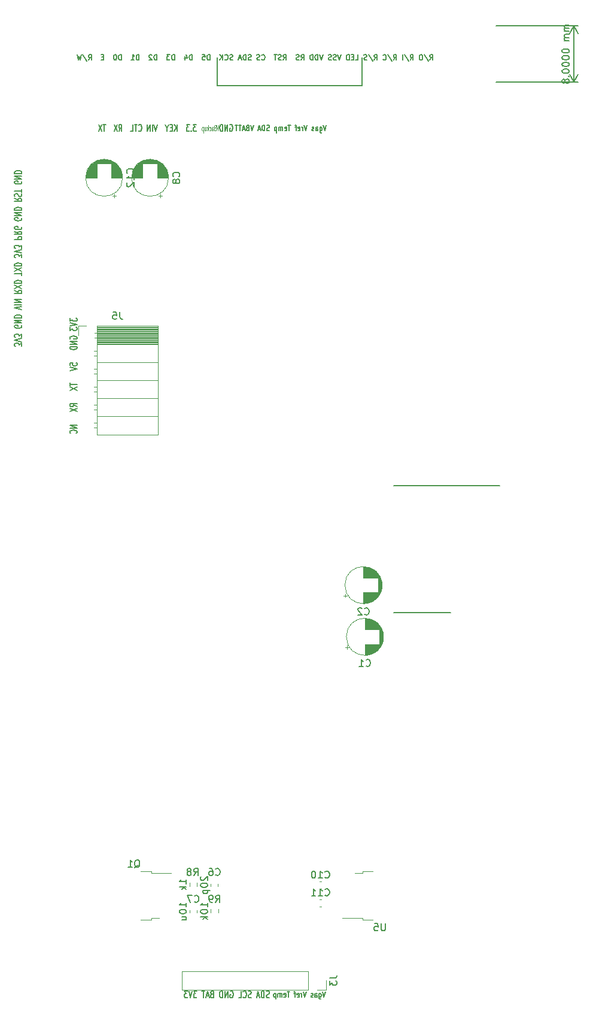
<source format=gbr>
G04 #@! TF.GenerationSoftware,KiCad,Pcbnew,7.0.7-7.0.7~ubuntu22.04.1*
G04 #@! TF.CreationDate,2023-09-26T22:11:31+09:00*
G04 #@! TF.ProjectId,ozone12864,6f7a6f6e-6531-4323-9836-342e6b696361,rev?*
G04 #@! TF.SameCoordinates,Original*
G04 #@! TF.FileFunction,Legend,Bot*
G04 #@! TF.FilePolarity,Positive*
%FSLAX46Y46*%
G04 Gerber Fmt 4.6, Leading zero omitted, Abs format (unit mm)*
G04 Created by KiCad (PCBNEW 7.0.7-7.0.7~ubuntu22.04.1) date 2023-09-26 22:11:31*
%MOMM*%
%LPD*%
G01*
G04 APERTURE LIST*
%ADD10C,0.150000*%
%ADD11C,0.075000*%
%ADD12C,0.175000*%
%ADD13C,0.120000*%
G04 APERTURE END LIST*
D10*
X115500000Y-104500000D02*
X115500000Y-100500000D01*
X135000000Y-161000000D02*
X120000000Y-161000000D01*
X95000000Y-104500000D02*
X115500000Y-104500000D01*
X95000000Y-104500000D02*
X95000000Y-100500000D01*
X120000000Y-179000000D02*
X128000000Y-179000000D01*
X110322855Y-232562295D02*
X110109522Y-233362295D01*
X110109522Y-233362295D02*
X109896188Y-232562295D01*
X109408570Y-232828961D02*
X109408570Y-233476580D01*
X109408570Y-233476580D02*
X109439046Y-233552771D01*
X109439046Y-233552771D02*
X109469522Y-233590866D01*
X109469522Y-233590866D02*
X109530475Y-233628961D01*
X109530475Y-233628961D02*
X109621903Y-233628961D01*
X109621903Y-233628961D02*
X109682856Y-233590866D01*
X109408570Y-233324200D02*
X109469522Y-233362295D01*
X109469522Y-233362295D02*
X109591427Y-233362295D01*
X109591427Y-233362295D02*
X109652379Y-233324200D01*
X109652379Y-233324200D02*
X109682856Y-233286104D01*
X109682856Y-233286104D02*
X109713332Y-233209914D01*
X109713332Y-233209914D02*
X109713332Y-232981342D01*
X109713332Y-232981342D02*
X109682856Y-232905152D01*
X109682856Y-232905152D02*
X109652379Y-232867057D01*
X109652379Y-232867057D02*
X109591427Y-232828961D01*
X109591427Y-232828961D02*
X109469522Y-232828961D01*
X109469522Y-232828961D02*
X109408570Y-232867057D01*
X108829522Y-233362295D02*
X108829522Y-232943247D01*
X108829522Y-232943247D02*
X108859998Y-232867057D01*
X108859998Y-232867057D02*
X108920950Y-232828961D01*
X108920950Y-232828961D02*
X109042855Y-232828961D01*
X109042855Y-232828961D02*
X109103808Y-232867057D01*
X108829522Y-233324200D02*
X108890474Y-233362295D01*
X108890474Y-233362295D02*
X109042855Y-233362295D01*
X109042855Y-233362295D02*
X109103808Y-233324200D01*
X109103808Y-233324200D02*
X109134284Y-233248009D01*
X109134284Y-233248009D02*
X109134284Y-233171819D01*
X109134284Y-233171819D02*
X109103808Y-233095628D01*
X109103808Y-233095628D02*
X109042855Y-233057533D01*
X109042855Y-233057533D02*
X108890474Y-233057533D01*
X108890474Y-233057533D02*
X108829522Y-233019438D01*
X108555236Y-233324200D02*
X108494283Y-233362295D01*
X108494283Y-233362295D02*
X108372379Y-233362295D01*
X108372379Y-233362295D02*
X108311426Y-233324200D01*
X108311426Y-233324200D02*
X108280950Y-233248009D01*
X108280950Y-233248009D02*
X108280950Y-233209914D01*
X108280950Y-233209914D02*
X108311426Y-233133723D01*
X108311426Y-233133723D02*
X108372379Y-233095628D01*
X108372379Y-233095628D02*
X108463807Y-233095628D01*
X108463807Y-233095628D02*
X108524760Y-233057533D01*
X108524760Y-233057533D02*
X108555236Y-232981342D01*
X108555236Y-232981342D02*
X108555236Y-232943247D01*
X108555236Y-232943247D02*
X108524760Y-232867057D01*
X108524760Y-232867057D02*
X108463807Y-232828961D01*
X108463807Y-232828961D02*
X108372379Y-232828961D01*
X108372379Y-232828961D02*
X108311426Y-232867057D01*
X107610474Y-232562295D02*
X107397141Y-233362295D01*
X107397141Y-233362295D02*
X107183807Y-232562295D01*
X106970475Y-233362295D02*
X106970475Y-232828961D01*
X106970475Y-232981342D02*
X106939998Y-232905152D01*
X106939998Y-232905152D02*
X106909522Y-232867057D01*
X106909522Y-232867057D02*
X106848570Y-232828961D01*
X106848570Y-232828961D02*
X106787617Y-232828961D01*
X106330475Y-233324200D02*
X106391427Y-233362295D01*
X106391427Y-233362295D02*
X106513332Y-233362295D01*
X106513332Y-233362295D02*
X106574285Y-233324200D01*
X106574285Y-233324200D02*
X106604761Y-233248009D01*
X106604761Y-233248009D02*
X106604761Y-232943247D01*
X106604761Y-232943247D02*
X106574285Y-232867057D01*
X106574285Y-232867057D02*
X106513332Y-232828961D01*
X106513332Y-232828961D02*
X106391427Y-232828961D01*
X106391427Y-232828961D02*
X106330475Y-232867057D01*
X106330475Y-232867057D02*
X106299999Y-232943247D01*
X106299999Y-232943247D02*
X106299999Y-233019438D01*
X106299999Y-233019438D02*
X106604761Y-233095628D01*
X106117142Y-232828961D02*
X105873333Y-232828961D01*
X106025714Y-233362295D02*
X106025714Y-232676580D01*
X106025714Y-232676580D02*
X105995237Y-232600390D01*
X105995237Y-232600390D02*
X105934285Y-232562295D01*
X105934285Y-232562295D02*
X105873333Y-232562295D01*
X105263809Y-232562295D02*
X104898095Y-232562295D01*
X105080952Y-233362295D02*
X105080952Y-232562295D01*
X104440952Y-233324200D02*
X104501904Y-233362295D01*
X104501904Y-233362295D02*
X104623809Y-233362295D01*
X104623809Y-233362295D02*
X104684762Y-233324200D01*
X104684762Y-233324200D02*
X104715238Y-233248009D01*
X104715238Y-233248009D02*
X104715238Y-232943247D01*
X104715238Y-232943247D02*
X104684762Y-232867057D01*
X104684762Y-232867057D02*
X104623809Y-232828961D01*
X104623809Y-232828961D02*
X104501904Y-232828961D01*
X104501904Y-232828961D02*
X104440952Y-232867057D01*
X104440952Y-232867057D02*
X104410476Y-232943247D01*
X104410476Y-232943247D02*
X104410476Y-233019438D01*
X104410476Y-233019438D02*
X104715238Y-233095628D01*
X104136191Y-233362295D02*
X104136191Y-232828961D01*
X104136191Y-232905152D02*
X104105714Y-232867057D01*
X104105714Y-232867057D02*
X104044762Y-232828961D01*
X104044762Y-232828961D02*
X103953333Y-232828961D01*
X103953333Y-232828961D02*
X103892381Y-232867057D01*
X103892381Y-232867057D02*
X103861905Y-232943247D01*
X103861905Y-232943247D02*
X103861905Y-233362295D01*
X103861905Y-232943247D02*
X103831429Y-232867057D01*
X103831429Y-232867057D02*
X103770476Y-232828961D01*
X103770476Y-232828961D02*
X103679048Y-232828961D01*
X103679048Y-232828961D02*
X103618095Y-232867057D01*
X103618095Y-232867057D02*
X103587619Y-232943247D01*
X103587619Y-232943247D02*
X103587619Y-233362295D01*
X103282858Y-232828961D02*
X103282858Y-233628961D01*
X103282858Y-232867057D02*
X103221905Y-232828961D01*
X103221905Y-232828961D02*
X103100000Y-232828961D01*
X103100000Y-232828961D02*
X103039048Y-232867057D01*
X103039048Y-232867057D02*
X103008572Y-232905152D01*
X103008572Y-232905152D02*
X102978096Y-232981342D01*
X102978096Y-232981342D02*
X102978096Y-233209914D01*
X102978096Y-233209914D02*
X103008572Y-233286104D01*
X103008572Y-233286104D02*
X103039048Y-233324200D01*
X103039048Y-233324200D02*
X103100000Y-233362295D01*
X103100000Y-233362295D02*
X103221905Y-233362295D01*
X103221905Y-233362295D02*
X103282858Y-233324200D01*
X96800949Y-110002438D02*
X96865711Y-109954819D01*
X96865711Y-109954819D02*
X96962854Y-109954819D01*
X96962854Y-109954819D02*
X97059997Y-110002438D01*
X97059997Y-110002438D02*
X97124759Y-110097676D01*
X97124759Y-110097676D02*
X97157140Y-110192914D01*
X97157140Y-110192914D02*
X97189521Y-110383390D01*
X97189521Y-110383390D02*
X97189521Y-110526247D01*
X97189521Y-110526247D02*
X97157140Y-110716723D01*
X97157140Y-110716723D02*
X97124759Y-110811961D01*
X97124759Y-110811961D02*
X97059997Y-110907200D01*
X97059997Y-110907200D02*
X96962854Y-110954819D01*
X96962854Y-110954819D02*
X96898092Y-110954819D01*
X96898092Y-110954819D02*
X96800949Y-110907200D01*
X96800949Y-110907200D02*
X96768568Y-110859580D01*
X96768568Y-110859580D02*
X96768568Y-110526247D01*
X96768568Y-110526247D02*
X96898092Y-110526247D01*
X96477140Y-110954819D02*
X96477140Y-109954819D01*
X96477140Y-109954819D02*
X96088568Y-110954819D01*
X96088568Y-110954819D02*
X96088568Y-109954819D01*
X95764759Y-110954819D02*
X95764759Y-109954819D01*
X95764759Y-109954819D02*
X95602854Y-109954819D01*
X95602854Y-109954819D02*
X95505711Y-110002438D01*
X95505711Y-110002438D02*
X95440949Y-110097676D01*
X95440949Y-110097676D02*
X95408568Y-110192914D01*
X95408568Y-110192914D02*
X95376187Y-110383390D01*
X95376187Y-110383390D02*
X95376187Y-110526247D01*
X95376187Y-110526247D02*
X95408568Y-110716723D01*
X95408568Y-110716723D02*
X95440949Y-110811961D01*
X95440949Y-110811961D02*
X95505711Y-110907200D01*
X95505711Y-110907200D02*
X95602854Y-110954819D01*
X95602854Y-110954819D02*
X95764759Y-110954819D01*
X92040951Y-109954819D02*
X91619998Y-109954819D01*
X91619998Y-109954819D02*
X91846665Y-110335771D01*
X91846665Y-110335771D02*
X91749522Y-110335771D01*
X91749522Y-110335771D02*
X91684760Y-110383390D01*
X91684760Y-110383390D02*
X91652379Y-110431009D01*
X91652379Y-110431009D02*
X91619998Y-110526247D01*
X91619998Y-110526247D02*
X91619998Y-110764342D01*
X91619998Y-110764342D02*
X91652379Y-110859580D01*
X91652379Y-110859580D02*
X91684760Y-110907200D01*
X91684760Y-110907200D02*
X91749522Y-110954819D01*
X91749522Y-110954819D02*
X91943808Y-110954819D01*
X91943808Y-110954819D02*
X92008570Y-110907200D01*
X92008570Y-110907200D02*
X92040951Y-110859580D01*
X91328570Y-110859580D02*
X91296189Y-110907200D01*
X91296189Y-110907200D02*
X91328570Y-110954819D01*
X91328570Y-110954819D02*
X91360951Y-110907200D01*
X91360951Y-110907200D02*
X91328570Y-110859580D01*
X91328570Y-110859580D02*
X91328570Y-110954819D01*
X91069522Y-109954819D02*
X90648569Y-109954819D01*
X90648569Y-109954819D02*
X90875236Y-110335771D01*
X90875236Y-110335771D02*
X90778093Y-110335771D01*
X90778093Y-110335771D02*
X90713331Y-110383390D01*
X90713331Y-110383390D02*
X90680950Y-110431009D01*
X90680950Y-110431009D02*
X90648569Y-110526247D01*
X90648569Y-110526247D02*
X90648569Y-110764342D01*
X90648569Y-110764342D02*
X90680950Y-110859580D01*
X90680950Y-110859580D02*
X90713331Y-110907200D01*
X90713331Y-110907200D02*
X90778093Y-110954819D01*
X90778093Y-110954819D02*
X90972379Y-110954819D01*
X90972379Y-110954819D02*
X91037141Y-110907200D01*
X91037141Y-110907200D02*
X91069522Y-110859580D01*
X89320951Y-110954819D02*
X89320951Y-109954819D01*
X88932379Y-110954819D02*
X89223808Y-110383390D01*
X88932379Y-109954819D02*
X89320951Y-110526247D01*
X88640951Y-110431009D02*
X88414284Y-110431009D01*
X88317141Y-110954819D02*
X88640951Y-110954819D01*
X88640951Y-110954819D02*
X88640951Y-109954819D01*
X88640951Y-109954819D02*
X88317141Y-109954819D01*
X87896189Y-110478628D02*
X87896189Y-110954819D01*
X88122856Y-109954819D02*
X87896189Y-110478628D01*
X87896189Y-110478628D02*
X87669522Y-109954819D01*
X86503809Y-109954819D02*
X86277142Y-110954819D01*
X86277142Y-110954819D02*
X86050475Y-109954819D01*
X85823809Y-110954819D02*
X85823809Y-109954819D01*
X85499999Y-110954819D02*
X85499999Y-109954819D01*
X85499999Y-109954819D02*
X85111427Y-110954819D01*
X85111427Y-110954819D02*
X85111427Y-109954819D01*
X83880951Y-110859580D02*
X83913332Y-110907200D01*
X83913332Y-110907200D02*
X84010475Y-110954819D01*
X84010475Y-110954819D02*
X84075237Y-110954819D01*
X84075237Y-110954819D02*
X84172380Y-110907200D01*
X84172380Y-110907200D02*
X84237142Y-110811961D01*
X84237142Y-110811961D02*
X84269523Y-110716723D01*
X84269523Y-110716723D02*
X84301904Y-110526247D01*
X84301904Y-110526247D02*
X84301904Y-110383390D01*
X84301904Y-110383390D02*
X84269523Y-110192914D01*
X84269523Y-110192914D02*
X84237142Y-110097676D01*
X84237142Y-110097676D02*
X84172380Y-110002438D01*
X84172380Y-110002438D02*
X84075237Y-109954819D01*
X84075237Y-109954819D02*
X84010475Y-109954819D01*
X84010475Y-109954819D02*
X83913332Y-110002438D01*
X83913332Y-110002438D02*
X83880951Y-110050057D01*
X83686666Y-109954819D02*
X83298094Y-109954819D01*
X83492380Y-110954819D02*
X83492380Y-109954819D01*
X82747618Y-110954819D02*
X83071428Y-110954819D01*
X83071428Y-110954819D02*
X83071428Y-109954819D01*
X81096190Y-110954819D02*
X81322857Y-110478628D01*
X81484762Y-110954819D02*
X81484762Y-109954819D01*
X81484762Y-109954819D02*
X81225714Y-109954819D01*
X81225714Y-109954819D02*
X81160952Y-110002438D01*
X81160952Y-110002438D02*
X81128571Y-110050057D01*
X81128571Y-110050057D02*
X81096190Y-110145295D01*
X81096190Y-110145295D02*
X81096190Y-110288152D01*
X81096190Y-110288152D02*
X81128571Y-110383390D01*
X81128571Y-110383390D02*
X81160952Y-110431009D01*
X81160952Y-110431009D02*
X81225714Y-110478628D01*
X81225714Y-110478628D02*
X81484762Y-110478628D01*
X80869524Y-109954819D02*
X80416190Y-110954819D01*
X80416190Y-109954819D02*
X80869524Y-110954819D01*
X79218096Y-109954819D02*
X78829524Y-109954819D01*
X79023810Y-110954819D02*
X79023810Y-109954819D01*
X78667620Y-109954819D02*
X78214286Y-110954819D01*
X78214286Y-109954819D02*
X78667620Y-110954819D01*
X110445712Y-110062295D02*
X110232379Y-110862295D01*
X110232379Y-110862295D02*
X110019045Y-110062295D01*
X109531427Y-110328961D02*
X109531427Y-110976580D01*
X109531427Y-110976580D02*
X109561903Y-111052771D01*
X109561903Y-111052771D02*
X109592379Y-111090866D01*
X109592379Y-111090866D02*
X109653332Y-111128961D01*
X109653332Y-111128961D02*
X109744760Y-111128961D01*
X109744760Y-111128961D02*
X109805713Y-111090866D01*
X109531427Y-110824200D02*
X109592379Y-110862295D01*
X109592379Y-110862295D02*
X109714284Y-110862295D01*
X109714284Y-110862295D02*
X109775236Y-110824200D01*
X109775236Y-110824200D02*
X109805713Y-110786104D01*
X109805713Y-110786104D02*
X109836189Y-110709914D01*
X109836189Y-110709914D02*
X109836189Y-110481342D01*
X109836189Y-110481342D02*
X109805713Y-110405152D01*
X109805713Y-110405152D02*
X109775236Y-110367057D01*
X109775236Y-110367057D02*
X109714284Y-110328961D01*
X109714284Y-110328961D02*
X109592379Y-110328961D01*
X109592379Y-110328961D02*
X109531427Y-110367057D01*
X108952379Y-110862295D02*
X108952379Y-110443247D01*
X108952379Y-110443247D02*
X108982855Y-110367057D01*
X108982855Y-110367057D02*
X109043807Y-110328961D01*
X109043807Y-110328961D02*
X109165712Y-110328961D01*
X109165712Y-110328961D02*
X109226665Y-110367057D01*
X108952379Y-110824200D02*
X109013331Y-110862295D01*
X109013331Y-110862295D02*
X109165712Y-110862295D01*
X109165712Y-110862295D02*
X109226665Y-110824200D01*
X109226665Y-110824200D02*
X109257141Y-110748009D01*
X109257141Y-110748009D02*
X109257141Y-110671819D01*
X109257141Y-110671819D02*
X109226665Y-110595628D01*
X109226665Y-110595628D02*
X109165712Y-110557533D01*
X109165712Y-110557533D02*
X109013331Y-110557533D01*
X109013331Y-110557533D02*
X108952379Y-110519438D01*
X108678093Y-110824200D02*
X108617140Y-110862295D01*
X108617140Y-110862295D02*
X108495236Y-110862295D01*
X108495236Y-110862295D02*
X108434283Y-110824200D01*
X108434283Y-110824200D02*
X108403807Y-110748009D01*
X108403807Y-110748009D02*
X108403807Y-110709914D01*
X108403807Y-110709914D02*
X108434283Y-110633723D01*
X108434283Y-110633723D02*
X108495236Y-110595628D01*
X108495236Y-110595628D02*
X108586664Y-110595628D01*
X108586664Y-110595628D02*
X108647617Y-110557533D01*
X108647617Y-110557533D02*
X108678093Y-110481342D01*
X108678093Y-110481342D02*
X108678093Y-110443247D01*
X108678093Y-110443247D02*
X108647617Y-110367057D01*
X108647617Y-110367057D02*
X108586664Y-110328961D01*
X108586664Y-110328961D02*
X108495236Y-110328961D01*
X108495236Y-110328961D02*
X108434283Y-110367057D01*
X107733331Y-110062295D02*
X107519998Y-110862295D01*
X107519998Y-110862295D02*
X107306664Y-110062295D01*
X107093332Y-110862295D02*
X107093332Y-110328961D01*
X107093332Y-110481342D02*
X107062855Y-110405152D01*
X107062855Y-110405152D02*
X107032379Y-110367057D01*
X107032379Y-110367057D02*
X106971427Y-110328961D01*
X106971427Y-110328961D02*
X106910474Y-110328961D01*
X106453332Y-110824200D02*
X106514284Y-110862295D01*
X106514284Y-110862295D02*
X106636189Y-110862295D01*
X106636189Y-110862295D02*
X106697142Y-110824200D01*
X106697142Y-110824200D02*
X106727618Y-110748009D01*
X106727618Y-110748009D02*
X106727618Y-110443247D01*
X106727618Y-110443247D02*
X106697142Y-110367057D01*
X106697142Y-110367057D02*
X106636189Y-110328961D01*
X106636189Y-110328961D02*
X106514284Y-110328961D01*
X106514284Y-110328961D02*
X106453332Y-110367057D01*
X106453332Y-110367057D02*
X106422856Y-110443247D01*
X106422856Y-110443247D02*
X106422856Y-110519438D01*
X106422856Y-110519438D02*
X106727618Y-110595628D01*
X106239999Y-110328961D02*
X105996190Y-110328961D01*
X106148571Y-110862295D02*
X106148571Y-110176580D01*
X106148571Y-110176580D02*
X106118094Y-110100390D01*
X106118094Y-110100390D02*
X106057142Y-110062295D01*
X106057142Y-110062295D02*
X105996190Y-110062295D01*
X105386666Y-110062295D02*
X105020952Y-110062295D01*
X105203809Y-110862295D02*
X105203809Y-110062295D01*
X104563809Y-110824200D02*
X104624761Y-110862295D01*
X104624761Y-110862295D02*
X104746666Y-110862295D01*
X104746666Y-110862295D02*
X104807619Y-110824200D01*
X104807619Y-110824200D02*
X104838095Y-110748009D01*
X104838095Y-110748009D02*
X104838095Y-110443247D01*
X104838095Y-110443247D02*
X104807619Y-110367057D01*
X104807619Y-110367057D02*
X104746666Y-110328961D01*
X104746666Y-110328961D02*
X104624761Y-110328961D01*
X104624761Y-110328961D02*
X104563809Y-110367057D01*
X104563809Y-110367057D02*
X104533333Y-110443247D01*
X104533333Y-110443247D02*
X104533333Y-110519438D01*
X104533333Y-110519438D02*
X104838095Y-110595628D01*
X104259048Y-110862295D02*
X104259048Y-110328961D01*
X104259048Y-110405152D02*
X104228571Y-110367057D01*
X104228571Y-110367057D02*
X104167619Y-110328961D01*
X104167619Y-110328961D02*
X104076190Y-110328961D01*
X104076190Y-110328961D02*
X104015238Y-110367057D01*
X104015238Y-110367057D02*
X103984762Y-110443247D01*
X103984762Y-110443247D02*
X103984762Y-110862295D01*
X103984762Y-110443247D02*
X103954286Y-110367057D01*
X103954286Y-110367057D02*
X103893333Y-110328961D01*
X103893333Y-110328961D02*
X103801905Y-110328961D01*
X103801905Y-110328961D02*
X103740952Y-110367057D01*
X103740952Y-110367057D02*
X103710476Y-110443247D01*
X103710476Y-110443247D02*
X103710476Y-110862295D01*
X103405715Y-110328961D02*
X103405715Y-111128961D01*
X103405715Y-110367057D02*
X103344762Y-110328961D01*
X103344762Y-110328961D02*
X103222857Y-110328961D01*
X103222857Y-110328961D02*
X103161905Y-110367057D01*
X103161905Y-110367057D02*
X103131429Y-110405152D01*
X103131429Y-110405152D02*
X103100953Y-110481342D01*
X103100953Y-110481342D02*
X103100953Y-110709914D01*
X103100953Y-110709914D02*
X103131429Y-110786104D01*
X103131429Y-110786104D02*
X103161905Y-110824200D01*
X103161905Y-110824200D02*
X103222857Y-110862295D01*
X103222857Y-110862295D02*
X103344762Y-110862295D01*
X103344762Y-110862295D02*
X103405715Y-110824200D01*
X102369524Y-110824200D02*
X102278095Y-110862295D01*
X102278095Y-110862295D02*
X102125714Y-110862295D01*
X102125714Y-110862295D02*
X102064762Y-110824200D01*
X102064762Y-110824200D02*
X102034286Y-110786104D01*
X102034286Y-110786104D02*
X102003809Y-110709914D01*
X102003809Y-110709914D02*
X102003809Y-110633723D01*
X102003809Y-110633723D02*
X102034286Y-110557533D01*
X102034286Y-110557533D02*
X102064762Y-110519438D01*
X102064762Y-110519438D02*
X102125714Y-110481342D01*
X102125714Y-110481342D02*
X102247619Y-110443247D01*
X102247619Y-110443247D02*
X102308571Y-110405152D01*
X102308571Y-110405152D02*
X102339048Y-110367057D01*
X102339048Y-110367057D02*
X102369524Y-110290866D01*
X102369524Y-110290866D02*
X102369524Y-110214676D01*
X102369524Y-110214676D02*
X102339048Y-110138485D01*
X102339048Y-110138485D02*
X102308571Y-110100390D01*
X102308571Y-110100390D02*
X102247619Y-110062295D01*
X102247619Y-110062295D02*
X102095238Y-110062295D01*
X102095238Y-110062295D02*
X102003809Y-110100390D01*
X101729524Y-110862295D02*
X101729524Y-110062295D01*
X101729524Y-110062295D02*
X101577143Y-110062295D01*
X101577143Y-110062295D02*
X101485714Y-110100390D01*
X101485714Y-110100390D02*
X101424762Y-110176580D01*
X101424762Y-110176580D02*
X101394285Y-110252771D01*
X101394285Y-110252771D02*
X101363809Y-110405152D01*
X101363809Y-110405152D02*
X101363809Y-110519438D01*
X101363809Y-110519438D02*
X101394285Y-110671819D01*
X101394285Y-110671819D02*
X101424762Y-110748009D01*
X101424762Y-110748009D02*
X101485714Y-110824200D01*
X101485714Y-110824200D02*
X101577143Y-110862295D01*
X101577143Y-110862295D02*
X101729524Y-110862295D01*
X101120000Y-110633723D02*
X100815238Y-110633723D01*
X101180952Y-110862295D02*
X100967619Y-110062295D01*
X100967619Y-110062295D02*
X100754285Y-110862295D01*
X100144762Y-110062295D02*
X99931429Y-110862295D01*
X99931429Y-110862295D02*
X99718095Y-110062295D01*
X99291429Y-110443247D02*
X99200001Y-110481342D01*
X99200001Y-110481342D02*
X99169524Y-110519438D01*
X99169524Y-110519438D02*
X99139048Y-110595628D01*
X99139048Y-110595628D02*
X99139048Y-110709914D01*
X99139048Y-110709914D02*
X99169524Y-110786104D01*
X99169524Y-110786104D02*
X99200001Y-110824200D01*
X99200001Y-110824200D02*
X99260953Y-110862295D01*
X99260953Y-110862295D02*
X99504763Y-110862295D01*
X99504763Y-110862295D02*
X99504763Y-110062295D01*
X99504763Y-110062295D02*
X99291429Y-110062295D01*
X99291429Y-110062295D02*
X99230477Y-110100390D01*
X99230477Y-110100390D02*
X99200001Y-110138485D01*
X99200001Y-110138485D02*
X99169524Y-110214676D01*
X99169524Y-110214676D02*
X99169524Y-110290866D01*
X99169524Y-110290866D02*
X99200001Y-110367057D01*
X99200001Y-110367057D02*
X99230477Y-110405152D01*
X99230477Y-110405152D02*
X99291429Y-110443247D01*
X99291429Y-110443247D02*
X99504763Y-110443247D01*
X98895239Y-110633723D02*
X98590477Y-110633723D01*
X98956191Y-110862295D02*
X98742858Y-110062295D01*
X98742858Y-110062295D02*
X98529524Y-110862295D01*
X98407620Y-110062295D02*
X98041906Y-110062295D01*
X98224763Y-110862295D02*
X98224763Y-110062295D01*
X97920001Y-110062295D02*
X97554287Y-110062295D01*
X97737144Y-110862295D02*
X97737144Y-110062295D01*
X67345180Y-141324996D02*
X67345180Y-140885472D01*
X67345180Y-140885472D02*
X66964228Y-141122139D01*
X66964228Y-141122139D02*
X66964228Y-141020710D01*
X66964228Y-141020710D02*
X66916609Y-140953091D01*
X66916609Y-140953091D02*
X66868990Y-140919282D01*
X66868990Y-140919282D02*
X66773752Y-140885472D01*
X66773752Y-140885472D02*
X66535657Y-140885472D01*
X66535657Y-140885472D02*
X66440419Y-140919282D01*
X66440419Y-140919282D02*
X66392800Y-140953091D01*
X66392800Y-140953091D02*
X66345180Y-141020710D01*
X66345180Y-141020710D02*
X66345180Y-141223567D01*
X66345180Y-141223567D02*
X66392800Y-141291186D01*
X66392800Y-141291186D02*
X66440419Y-141324996D01*
X67345180Y-140682615D02*
X66345180Y-140445949D01*
X66345180Y-140445949D02*
X67345180Y-140209282D01*
X67345180Y-140040235D02*
X67345180Y-139600711D01*
X67345180Y-139600711D02*
X66964228Y-139837378D01*
X66964228Y-139837378D02*
X66964228Y-139735949D01*
X66964228Y-139735949D02*
X66916609Y-139668330D01*
X66916609Y-139668330D02*
X66868990Y-139634521D01*
X66868990Y-139634521D02*
X66773752Y-139600711D01*
X66773752Y-139600711D02*
X66535657Y-139600711D01*
X66535657Y-139600711D02*
X66440419Y-139634521D01*
X66440419Y-139634521D02*
X66392800Y-139668330D01*
X66392800Y-139668330D02*
X66345180Y-139735949D01*
X66345180Y-139735949D02*
X66345180Y-139938806D01*
X66345180Y-139938806D02*
X66392800Y-140006425D01*
X66392800Y-140006425D02*
X66440419Y-140040235D01*
X67297561Y-138383569D02*
X67345180Y-138451188D01*
X67345180Y-138451188D02*
X67345180Y-138552617D01*
X67345180Y-138552617D02*
X67297561Y-138654045D01*
X67297561Y-138654045D02*
X67202323Y-138721664D01*
X67202323Y-138721664D02*
X67107085Y-138755474D01*
X67107085Y-138755474D02*
X66916609Y-138789283D01*
X66916609Y-138789283D02*
X66773752Y-138789283D01*
X66773752Y-138789283D02*
X66583276Y-138755474D01*
X66583276Y-138755474D02*
X66488038Y-138721664D01*
X66488038Y-138721664D02*
X66392800Y-138654045D01*
X66392800Y-138654045D02*
X66345180Y-138552617D01*
X66345180Y-138552617D02*
X66345180Y-138484998D01*
X66345180Y-138484998D02*
X66392800Y-138383569D01*
X66392800Y-138383569D02*
X66440419Y-138349760D01*
X66440419Y-138349760D02*
X66773752Y-138349760D01*
X66773752Y-138349760D02*
X66773752Y-138484998D01*
X66345180Y-138045474D02*
X67345180Y-138045474D01*
X67345180Y-138045474D02*
X66345180Y-137639760D01*
X66345180Y-137639760D02*
X67345180Y-137639760D01*
X66345180Y-137301664D02*
X67345180Y-137301664D01*
X67345180Y-137301664D02*
X67345180Y-137132616D01*
X67345180Y-137132616D02*
X67297561Y-137031188D01*
X67297561Y-137031188D02*
X67202323Y-136963569D01*
X67202323Y-136963569D02*
X67107085Y-136929759D01*
X67107085Y-136929759D02*
X66916609Y-136895950D01*
X66916609Y-136895950D02*
X66773752Y-136895950D01*
X66773752Y-136895950D02*
X66583276Y-136929759D01*
X66583276Y-136929759D02*
X66488038Y-136963569D01*
X66488038Y-136963569D02*
X66392800Y-137031188D01*
X66392800Y-137031188D02*
X66345180Y-137132616D01*
X66345180Y-137132616D02*
X66345180Y-137301664D01*
X67345180Y-136152140D02*
X66345180Y-135915474D01*
X66345180Y-135915474D02*
X67345180Y-135678807D01*
X66345180Y-135442141D02*
X67345180Y-135442141D01*
X66345180Y-135104046D02*
X67345180Y-135104046D01*
X67345180Y-135104046D02*
X66345180Y-134698332D01*
X66345180Y-134698332D02*
X67345180Y-134698332D01*
X66345180Y-133413570D02*
X66821371Y-133650236D01*
X66345180Y-133819284D02*
X67345180Y-133819284D01*
X67345180Y-133819284D02*
X67345180Y-133548808D01*
X67345180Y-133548808D02*
X67297561Y-133481189D01*
X67297561Y-133481189D02*
X67249942Y-133447379D01*
X67249942Y-133447379D02*
X67154704Y-133413570D01*
X67154704Y-133413570D02*
X67011847Y-133413570D01*
X67011847Y-133413570D02*
X66916609Y-133447379D01*
X66916609Y-133447379D02*
X66868990Y-133481189D01*
X66868990Y-133481189D02*
X66821371Y-133548808D01*
X66821371Y-133548808D02*
X66821371Y-133819284D01*
X67345180Y-133176903D02*
X66345180Y-132703570D01*
X67345180Y-132703570D02*
X66345180Y-133176903D01*
X66345180Y-132433094D02*
X67345180Y-132433094D01*
X67345180Y-132433094D02*
X67345180Y-132264046D01*
X67345180Y-132264046D02*
X67297561Y-132162618D01*
X67297561Y-132162618D02*
X67202323Y-132094999D01*
X67202323Y-132094999D02*
X67107085Y-132061189D01*
X67107085Y-132061189D02*
X66916609Y-132027380D01*
X66916609Y-132027380D02*
X66773752Y-132027380D01*
X66773752Y-132027380D02*
X66583276Y-132061189D01*
X66583276Y-132061189D02*
X66488038Y-132094999D01*
X66488038Y-132094999D02*
X66392800Y-132162618D01*
X66392800Y-132162618D02*
X66345180Y-132264046D01*
X66345180Y-132264046D02*
X66345180Y-132433094D01*
X67345180Y-131283570D02*
X67345180Y-130877856D01*
X66345180Y-131080713D02*
X67345180Y-131080713D01*
X67345180Y-130708809D02*
X66345180Y-130235476D01*
X67345180Y-130235476D02*
X66345180Y-130708809D01*
X66345180Y-129965000D02*
X67345180Y-129965000D01*
X67345180Y-129965000D02*
X67345180Y-129795952D01*
X67345180Y-129795952D02*
X67297561Y-129694524D01*
X67297561Y-129694524D02*
X67202323Y-129626905D01*
X67202323Y-129626905D02*
X67107085Y-129593095D01*
X67107085Y-129593095D02*
X66916609Y-129559286D01*
X66916609Y-129559286D02*
X66773752Y-129559286D01*
X66773752Y-129559286D02*
X66583276Y-129593095D01*
X66583276Y-129593095D02*
X66488038Y-129626905D01*
X66488038Y-129626905D02*
X66392800Y-129694524D01*
X66392800Y-129694524D02*
X66345180Y-129795952D01*
X66345180Y-129795952D02*
X66345180Y-129965000D01*
X67345180Y-128781667D02*
X67345180Y-128342143D01*
X67345180Y-128342143D02*
X66964228Y-128578810D01*
X66964228Y-128578810D02*
X66964228Y-128477381D01*
X66964228Y-128477381D02*
X66916609Y-128409762D01*
X66916609Y-128409762D02*
X66868990Y-128375953D01*
X66868990Y-128375953D02*
X66773752Y-128342143D01*
X66773752Y-128342143D02*
X66535657Y-128342143D01*
X66535657Y-128342143D02*
X66440419Y-128375953D01*
X66440419Y-128375953D02*
X66392800Y-128409762D01*
X66392800Y-128409762D02*
X66345180Y-128477381D01*
X66345180Y-128477381D02*
X66345180Y-128680238D01*
X66345180Y-128680238D02*
X66392800Y-128747857D01*
X66392800Y-128747857D02*
X66440419Y-128781667D01*
X67345180Y-128139286D02*
X66345180Y-127902620D01*
X66345180Y-127902620D02*
X67345180Y-127665953D01*
X67345180Y-127496906D02*
X67345180Y-127057382D01*
X67345180Y-127057382D02*
X66964228Y-127294049D01*
X66964228Y-127294049D02*
X66964228Y-127192620D01*
X66964228Y-127192620D02*
X66916609Y-127125001D01*
X66916609Y-127125001D02*
X66868990Y-127091192D01*
X66868990Y-127091192D02*
X66773752Y-127057382D01*
X66773752Y-127057382D02*
X66535657Y-127057382D01*
X66535657Y-127057382D02*
X66440419Y-127091192D01*
X66440419Y-127091192D02*
X66392800Y-127125001D01*
X66392800Y-127125001D02*
X66345180Y-127192620D01*
X66345180Y-127192620D02*
X66345180Y-127395477D01*
X66345180Y-127395477D02*
X66392800Y-127463096D01*
X66392800Y-127463096D02*
X66440419Y-127496906D01*
X66345180Y-126212145D02*
X67345180Y-126212145D01*
X67345180Y-126212145D02*
X67345180Y-125941669D01*
X67345180Y-125941669D02*
X67297561Y-125874050D01*
X67297561Y-125874050D02*
X67249942Y-125840240D01*
X67249942Y-125840240D02*
X67154704Y-125806431D01*
X67154704Y-125806431D02*
X67011847Y-125806431D01*
X67011847Y-125806431D02*
X66916609Y-125840240D01*
X66916609Y-125840240D02*
X66868990Y-125874050D01*
X66868990Y-125874050D02*
X66821371Y-125941669D01*
X66821371Y-125941669D02*
X66821371Y-126212145D01*
X66345180Y-125096431D02*
X66821371Y-125333097D01*
X66345180Y-125502145D02*
X67345180Y-125502145D01*
X67345180Y-125502145D02*
X67345180Y-125231669D01*
X67345180Y-125231669D02*
X67297561Y-125164050D01*
X67297561Y-125164050D02*
X67249942Y-125130240D01*
X67249942Y-125130240D02*
X67154704Y-125096431D01*
X67154704Y-125096431D02*
X67011847Y-125096431D01*
X67011847Y-125096431D02*
X66916609Y-125130240D01*
X66916609Y-125130240D02*
X66868990Y-125164050D01*
X66868990Y-125164050D02*
X66821371Y-125231669D01*
X66821371Y-125231669D02*
X66821371Y-125502145D01*
X67297561Y-124420240D02*
X67345180Y-124487859D01*
X67345180Y-124487859D02*
X67345180Y-124589288D01*
X67345180Y-124589288D02*
X67297561Y-124690716D01*
X67297561Y-124690716D02*
X67202323Y-124758335D01*
X67202323Y-124758335D02*
X67107085Y-124792145D01*
X67107085Y-124792145D02*
X66916609Y-124825954D01*
X66916609Y-124825954D02*
X66773752Y-124825954D01*
X66773752Y-124825954D02*
X66583276Y-124792145D01*
X66583276Y-124792145D02*
X66488038Y-124758335D01*
X66488038Y-124758335D02*
X66392800Y-124690716D01*
X66392800Y-124690716D02*
X66345180Y-124589288D01*
X66345180Y-124589288D02*
X66345180Y-124521669D01*
X66345180Y-124521669D02*
X66392800Y-124420240D01*
X66392800Y-124420240D02*
X66440419Y-124386431D01*
X66440419Y-124386431D02*
X66773752Y-124386431D01*
X66773752Y-124386431D02*
X66773752Y-124521669D01*
X67297561Y-123169288D02*
X67345180Y-123236907D01*
X67345180Y-123236907D02*
X67345180Y-123338336D01*
X67345180Y-123338336D02*
X67297561Y-123439764D01*
X67297561Y-123439764D02*
X67202323Y-123507383D01*
X67202323Y-123507383D02*
X67107085Y-123541193D01*
X67107085Y-123541193D02*
X66916609Y-123575002D01*
X66916609Y-123575002D02*
X66773752Y-123575002D01*
X66773752Y-123575002D02*
X66583276Y-123541193D01*
X66583276Y-123541193D02*
X66488038Y-123507383D01*
X66488038Y-123507383D02*
X66392800Y-123439764D01*
X66392800Y-123439764D02*
X66345180Y-123338336D01*
X66345180Y-123338336D02*
X66345180Y-123270717D01*
X66345180Y-123270717D02*
X66392800Y-123169288D01*
X66392800Y-123169288D02*
X66440419Y-123135479D01*
X66440419Y-123135479D02*
X66773752Y-123135479D01*
X66773752Y-123135479D02*
X66773752Y-123270717D01*
X66345180Y-122831193D02*
X67345180Y-122831193D01*
X67345180Y-122831193D02*
X66345180Y-122425479D01*
X66345180Y-122425479D02*
X67345180Y-122425479D01*
X66345180Y-122087383D02*
X67345180Y-122087383D01*
X67345180Y-122087383D02*
X67345180Y-121918335D01*
X67345180Y-121918335D02*
X67297561Y-121816907D01*
X67297561Y-121816907D02*
X67202323Y-121749288D01*
X67202323Y-121749288D02*
X67107085Y-121715478D01*
X67107085Y-121715478D02*
X66916609Y-121681669D01*
X66916609Y-121681669D02*
X66773752Y-121681669D01*
X66773752Y-121681669D02*
X66583276Y-121715478D01*
X66583276Y-121715478D02*
X66488038Y-121749288D01*
X66488038Y-121749288D02*
X66392800Y-121816907D01*
X66392800Y-121816907D02*
X66345180Y-121918335D01*
X66345180Y-121918335D02*
X66345180Y-122087383D01*
X66345180Y-120430717D02*
X66821371Y-120667383D01*
X66345180Y-120836431D02*
X67345180Y-120836431D01*
X67345180Y-120836431D02*
X67345180Y-120565955D01*
X67345180Y-120565955D02*
X67297561Y-120498336D01*
X67297561Y-120498336D02*
X67249942Y-120464526D01*
X67249942Y-120464526D02*
X67154704Y-120430717D01*
X67154704Y-120430717D02*
X67011847Y-120430717D01*
X67011847Y-120430717D02*
X66916609Y-120464526D01*
X66916609Y-120464526D02*
X66868990Y-120498336D01*
X66868990Y-120498336D02*
X66821371Y-120565955D01*
X66821371Y-120565955D02*
X66821371Y-120836431D01*
X66392800Y-120160240D02*
X66345180Y-120058812D01*
X66345180Y-120058812D02*
X66345180Y-119889764D01*
X66345180Y-119889764D02*
X66392800Y-119822145D01*
X66392800Y-119822145D02*
X66440419Y-119788336D01*
X66440419Y-119788336D02*
X66535657Y-119754526D01*
X66535657Y-119754526D02*
X66630895Y-119754526D01*
X66630895Y-119754526D02*
X66726133Y-119788336D01*
X66726133Y-119788336D02*
X66773752Y-119822145D01*
X66773752Y-119822145D02*
X66821371Y-119889764D01*
X66821371Y-119889764D02*
X66868990Y-120025002D01*
X66868990Y-120025002D02*
X66916609Y-120092621D01*
X66916609Y-120092621D02*
X66964228Y-120126431D01*
X66964228Y-120126431D02*
X67059466Y-120160240D01*
X67059466Y-120160240D02*
X67154704Y-120160240D01*
X67154704Y-120160240D02*
X67249942Y-120126431D01*
X67249942Y-120126431D02*
X67297561Y-120092621D01*
X67297561Y-120092621D02*
X67345180Y-120025002D01*
X67345180Y-120025002D02*
X67345180Y-119855955D01*
X67345180Y-119855955D02*
X67297561Y-119754526D01*
X67345180Y-119551669D02*
X67345180Y-119145955D01*
X66345180Y-119348812D02*
X67345180Y-119348812D01*
X67297561Y-117996432D02*
X67345180Y-118064051D01*
X67345180Y-118064051D02*
X67345180Y-118165480D01*
X67345180Y-118165480D02*
X67297561Y-118266908D01*
X67297561Y-118266908D02*
X67202323Y-118334527D01*
X67202323Y-118334527D02*
X67107085Y-118368337D01*
X67107085Y-118368337D02*
X66916609Y-118402146D01*
X66916609Y-118402146D02*
X66773752Y-118402146D01*
X66773752Y-118402146D02*
X66583276Y-118368337D01*
X66583276Y-118368337D02*
X66488038Y-118334527D01*
X66488038Y-118334527D02*
X66392800Y-118266908D01*
X66392800Y-118266908D02*
X66345180Y-118165480D01*
X66345180Y-118165480D02*
X66345180Y-118097861D01*
X66345180Y-118097861D02*
X66392800Y-117996432D01*
X66392800Y-117996432D02*
X66440419Y-117962623D01*
X66440419Y-117962623D02*
X66773752Y-117962623D01*
X66773752Y-117962623D02*
X66773752Y-118097861D01*
X66345180Y-117658337D02*
X67345180Y-117658337D01*
X67345180Y-117658337D02*
X66345180Y-117252623D01*
X66345180Y-117252623D02*
X67345180Y-117252623D01*
X66345180Y-116914527D02*
X67345180Y-116914527D01*
X67345180Y-116914527D02*
X67345180Y-116745479D01*
X67345180Y-116745479D02*
X67297561Y-116644051D01*
X67297561Y-116644051D02*
X67202323Y-116576432D01*
X67202323Y-116576432D02*
X67107085Y-116542622D01*
X67107085Y-116542622D02*
X66916609Y-116508813D01*
X66916609Y-116508813D02*
X66773752Y-116508813D01*
X66773752Y-116508813D02*
X66583276Y-116542622D01*
X66583276Y-116542622D02*
X66488038Y-116576432D01*
X66488038Y-116576432D02*
X66392800Y-116644051D01*
X66392800Y-116644051D02*
X66345180Y-116745479D01*
X66345180Y-116745479D02*
X66345180Y-116914527D01*
X102369998Y-233407200D02*
X102267141Y-233454819D01*
X102267141Y-233454819D02*
X102095712Y-233454819D01*
X102095712Y-233454819D02*
X102027141Y-233407200D01*
X102027141Y-233407200D02*
X101992855Y-233359580D01*
X101992855Y-233359580D02*
X101958569Y-233264342D01*
X101958569Y-233264342D02*
X101958569Y-233169104D01*
X101958569Y-233169104D02*
X101992855Y-233073866D01*
X101992855Y-233073866D02*
X102027141Y-233026247D01*
X102027141Y-233026247D02*
X102095712Y-232978628D01*
X102095712Y-232978628D02*
X102232855Y-232931009D01*
X102232855Y-232931009D02*
X102301426Y-232883390D01*
X102301426Y-232883390D02*
X102335712Y-232835771D01*
X102335712Y-232835771D02*
X102369998Y-232740533D01*
X102369998Y-232740533D02*
X102369998Y-232645295D01*
X102369998Y-232645295D02*
X102335712Y-232550057D01*
X102335712Y-232550057D02*
X102301426Y-232502438D01*
X102301426Y-232502438D02*
X102232855Y-232454819D01*
X102232855Y-232454819D02*
X102061426Y-232454819D01*
X102061426Y-232454819D02*
X101958569Y-232502438D01*
X101649998Y-233454819D02*
X101649998Y-232454819D01*
X101649998Y-232454819D02*
X101478569Y-232454819D01*
X101478569Y-232454819D02*
X101375712Y-232502438D01*
X101375712Y-232502438D02*
X101307141Y-232597676D01*
X101307141Y-232597676D02*
X101272855Y-232692914D01*
X101272855Y-232692914D02*
X101238569Y-232883390D01*
X101238569Y-232883390D02*
X101238569Y-233026247D01*
X101238569Y-233026247D02*
X101272855Y-233216723D01*
X101272855Y-233216723D02*
X101307141Y-233311961D01*
X101307141Y-233311961D02*
X101375712Y-233407200D01*
X101375712Y-233407200D02*
X101478569Y-233454819D01*
X101478569Y-233454819D02*
X101649998Y-233454819D01*
X100964284Y-233169104D02*
X100621427Y-233169104D01*
X101032855Y-233454819D02*
X100792855Y-232454819D01*
X100792855Y-232454819D02*
X100552855Y-233454819D01*
X99798570Y-233407200D02*
X99695713Y-233454819D01*
X99695713Y-233454819D02*
X99524284Y-233454819D01*
X99524284Y-233454819D02*
X99455713Y-233407200D01*
X99455713Y-233407200D02*
X99421427Y-233359580D01*
X99421427Y-233359580D02*
X99387141Y-233264342D01*
X99387141Y-233264342D02*
X99387141Y-233169104D01*
X99387141Y-233169104D02*
X99421427Y-233073866D01*
X99421427Y-233073866D02*
X99455713Y-233026247D01*
X99455713Y-233026247D02*
X99524284Y-232978628D01*
X99524284Y-232978628D02*
X99661427Y-232931009D01*
X99661427Y-232931009D02*
X99729998Y-232883390D01*
X99729998Y-232883390D02*
X99764284Y-232835771D01*
X99764284Y-232835771D02*
X99798570Y-232740533D01*
X99798570Y-232740533D02*
X99798570Y-232645295D01*
X99798570Y-232645295D02*
X99764284Y-232550057D01*
X99764284Y-232550057D02*
X99729998Y-232502438D01*
X99729998Y-232502438D02*
X99661427Y-232454819D01*
X99661427Y-232454819D02*
X99489998Y-232454819D01*
X99489998Y-232454819D02*
X99387141Y-232502438D01*
X98667141Y-233359580D02*
X98701427Y-233407200D01*
X98701427Y-233407200D02*
X98804284Y-233454819D01*
X98804284Y-233454819D02*
X98872856Y-233454819D01*
X98872856Y-233454819D02*
X98975713Y-233407200D01*
X98975713Y-233407200D02*
X99044284Y-233311961D01*
X99044284Y-233311961D02*
X99078570Y-233216723D01*
X99078570Y-233216723D02*
X99112856Y-233026247D01*
X99112856Y-233026247D02*
X99112856Y-232883390D01*
X99112856Y-232883390D02*
X99078570Y-232692914D01*
X99078570Y-232692914D02*
X99044284Y-232597676D01*
X99044284Y-232597676D02*
X98975713Y-232502438D01*
X98975713Y-232502438D02*
X98872856Y-232454819D01*
X98872856Y-232454819D02*
X98804284Y-232454819D01*
X98804284Y-232454819D02*
X98701427Y-232502438D01*
X98701427Y-232502438D02*
X98667141Y-232550057D01*
X98015713Y-233454819D02*
X98358570Y-233454819D01*
X98358570Y-233454819D02*
X98358570Y-232454819D01*
X96849999Y-232502438D02*
X96918571Y-232454819D01*
X96918571Y-232454819D02*
X97021428Y-232454819D01*
X97021428Y-232454819D02*
X97124285Y-232502438D01*
X97124285Y-232502438D02*
X97192856Y-232597676D01*
X97192856Y-232597676D02*
X97227142Y-232692914D01*
X97227142Y-232692914D02*
X97261428Y-232883390D01*
X97261428Y-232883390D02*
X97261428Y-233026247D01*
X97261428Y-233026247D02*
X97227142Y-233216723D01*
X97227142Y-233216723D02*
X97192856Y-233311961D01*
X97192856Y-233311961D02*
X97124285Y-233407200D01*
X97124285Y-233407200D02*
X97021428Y-233454819D01*
X97021428Y-233454819D02*
X96952856Y-233454819D01*
X96952856Y-233454819D02*
X96849999Y-233407200D01*
X96849999Y-233407200D02*
X96815713Y-233359580D01*
X96815713Y-233359580D02*
X96815713Y-233026247D01*
X96815713Y-233026247D02*
X96952856Y-233026247D01*
X96507142Y-233454819D02*
X96507142Y-232454819D01*
X96507142Y-232454819D02*
X96095713Y-233454819D01*
X96095713Y-233454819D02*
X96095713Y-232454819D01*
X95752856Y-233454819D02*
X95752856Y-232454819D01*
X95752856Y-232454819D02*
X95581427Y-232454819D01*
X95581427Y-232454819D02*
X95478570Y-232502438D01*
X95478570Y-232502438D02*
X95409999Y-232597676D01*
X95409999Y-232597676D02*
X95375713Y-232692914D01*
X95375713Y-232692914D02*
X95341427Y-232883390D01*
X95341427Y-232883390D02*
X95341427Y-233026247D01*
X95341427Y-233026247D02*
X95375713Y-233216723D01*
X95375713Y-233216723D02*
X95409999Y-233311961D01*
X95409999Y-233311961D02*
X95478570Y-233407200D01*
X95478570Y-233407200D02*
X95581427Y-233454819D01*
X95581427Y-233454819D02*
X95752856Y-233454819D01*
X94244285Y-232931009D02*
X94141428Y-232978628D01*
X94141428Y-232978628D02*
X94107142Y-233026247D01*
X94107142Y-233026247D02*
X94072856Y-233121485D01*
X94072856Y-233121485D02*
X94072856Y-233264342D01*
X94072856Y-233264342D02*
X94107142Y-233359580D01*
X94107142Y-233359580D02*
X94141428Y-233407200D01*
X94141428Y-233407200D02*
X94209999Y-233454819D01*
X94209999Y-233454819D02*
X94484285Y-233454819D01*
X94484285Y-233454819D02*
X94484285Y-232454819D01*
X94484285Y-232454819D02*
X94244285Y-232454819D01*
X94244285Y-232454819D02*
X94175714Y-232502438D01*
X94175714Y-232502438D02*
X94141428Y-232550057D01*
X94141428Y-232550057D02*
X94107142Y-232645295D01*
X94107142Y-232645295D02*
X94107142Y-232740533D01*
X94107142Y-232740533D02*
X94141428Y-232835771D01*
X94141428Y-232835771D02*
X94175714Y-232883390D01*
X94175714Y-232883390D02*
X94244285Y-232931009D01*
X94244285Y-232931009D02*
X94484285Y-232931009D01*
X93798571Y-233169104D02*
X93455714Y-233169104D01*
X93867142Y-233454819D02*
X93627142Y-232454819D01*
X93627142Y-232454819D02*
X93387142Y-233454819D01*
X93249999Y-232454819D02*
X92838571Y-232454819D01*
X93044285Y-233454819D02*
X93044285Y-232454819D01*
X92118571Y-232454819D02*
X91672857Y-232454819D01*
X91672857Y-232454819D02*
X91912857Y-232835771D01*
X91912857Y-232835771D02*
X91810000Y-232835771D01*
X91810000Y-232835771D02*
X91741429Y-232883390D01*
X91741429Y-232883390D02*
X91707143Y-232931009D01*
X91707143Y-232931009D02*
X91672857Y-233026247D01*
X91672857Y-233026247D02*
X91672857Y-233264342D01*
X91672857Y-233264342D02*
X91707143Y-233359580D01*
X91707143Y-233359580D02*
X91741429Y-233407200D01*
X91741429Y-233407200D02*
X91810000Y-233454819D01*
X91810000Y-233454819D02*
X92015714Y-233454819D01*
X92015714Y-233454819D02*
X92084286Y-233407200D01*
X92084286Y-233407200D02*
X92118571Y-233359580D01*
X91467143Y-232454819D02*
X91227143Y-233454819D01*
X91227143Y-233454819D02*
X90987143Y-232454819D01*
X90815714Y-232454819D02*
X90370000Y-232454819D01*
X90370000Y-232454819D02*
X90610000Y-232835771D01*
X90610000Y-232835771D02*
X90507143Y-232835771D01*
X90507143Y-232835771D02*
X90438572Y-232883390D01*
X90438572Y-232883390D02*
X90404286Y-232931009D01*
X90404286Y-232931009D02*
X90370000Y-233026247D01*
X90370000Y-233026247D02*
X90370000Y-233264342D01*
X90370000Y-233264342D02*
X90404286Y-233359580D01*
X90404286Y-233359580D02*
X90438572Y-233407200D01*
X90438572Y-233407200D02*
X90507143Y-233454819D01*
X90507143Y-233454819D02*
X90712857Y-233454819D01*
X90712857Y-233454819D02*
X90781429Y-233407200D01*
X90781429Y-233407200D02*
X90815714Y-233359580D01*
D11*
X95209523Y-110066195D02*
X95076190Y-110866195D01*
X95076190Y-110866195D02*
X94942857Y-110066195D01*
X94676190Y-110447147D02*
X94619047Y-110485242D01*
X94619047Y-110485242D02*
X94600000Y-110523338D01*
X94600000Y-110523338D02*
X94580952Y-110599528D01*
X94580952Y-110599528D02*
X94580952Y-110713814D01*
X94580952Y-110713814D02*
X94600000Y-110790004D01*
X94600000Y-110790004D02*
X94619047Y-110828100D01*
X94619047Y-110828100D02*
X94657142Y-110866195D01*
X94657142Y-110866195D02*
X94809523Y-110866195D01*
X94809523Y-110866195D02*
X94809523Y-110066195D01*
X94809523Y-110066195D02*
X94676190Y-110066195D01*
X94676190Y-110066195D02*
X94638095Y-110104290D01*
X94638095Y-110104290D02*
X94619047Y-110142385D01*
X94619047Y-110142385D02*
X94600000Y-110218576D01*
X94600000Y-110218576D02*
X94600000Y-110294766D01*
X94600000Y-110294766D02*
X94619047Y-110370957D01*
X94619047Y-110370957D02*
X94638095Y-110409052D01*
X94638095Y-110409052D02*
X94676190Y-110447147D01*
X94676190Y-110447147D02*
X94809523Y-110447147D01*
X94238095Y-110866195D02*
X94238095Y-110447147D01*
X94238095Y-110447147D02*
X94257142Y-110370957D01*
X94257142Y-110370957D02*
X94295238Y-110332861D01*
X94295238Y-110332861D02*
X94371428Y-110332861D01*
X94371428Y-110332861D02*
X94409523Y-110370957D01*
X94238095Y-110828100D02*
X94276190Y-110866195D01*
X94276190Y-110866195D02*
X94371428Y-110866195D01*
X94371428Y-110866195D02*
X94409523Y-110828100D01*
X94409523Y-110828100D02*
X94428571Y-110751909D01*
X94428571Y-110751909D02*
X94428571Y-110675719D01*
X94428571Y-110675719D02*
X94409523Y-110599528D01*
X94409523Y-110599528D02*
X94371428Y-110561433D01*
X94371428Y-110561433D02*
X94276190Y-110561433D01*
X94276190Y-110561433D02*
X94238095Y-110523338D01*
X93876190Y-110828100D02*
X93914285Y-110866195D01*
X93914285Y-110866195D02*
X93990476Y-110866195D01*
X93990476Y-110866195D02*
X94028571Y-110828100D01*
X94028571Y-110828100D02*
X94047618Y-110790004D01*
X94047618Y-110790004D02*
X94066666Y-110713814D01*
X94066666Y-110713814D02*
X94066666Y-110485242D01*
X94066666Y-110485242D02*
X94047618Y-110409052D01*
X94047618Y-110409052D02*
X94028571Y-110370957D01*
X94028571Y-110370957D02*
X93990476Y-110332861D01*
X93990476Y-110332861D02*
X93914285Y-110332861D01*
X93914285Y-110332861D02*
X93876190Y-110370957D01*
X93704761Y-110866195D02*
X93704761Y-110066195D01*
X93666666Y-110561433D02*
X93552380Y-110866195D01*
X93552380Y-110332861D02*
X93704761Y-110637623D01*
X93209523Y-110332861D02*
X93209523Y-110866195D01*
X93380951Y-110332861D02*
X93380951Y-110751909D01*
X93380951Y-110751909D02*
X93361904Y-110828100D01*
X93361904Y-110828100D02*
X93323809Y-110866195D01*
X93323809Y-110866195D02*
X93266666Y-110866195D01*
X93266666Y-110866195D02*
X93228570Y-110828100D01*
X93228570Y-110828100D02*
X93209523Y-110790004D01*
X93019046Y-110332861D02*
X93019046Y-111132861D01*
X93019046Y-110370957D02*
X92980951Y-110332861D01*
X92980951Y-110332861D02*
X92904761Y-110332861D01*
X92904761Y-110332861D02*
X92866665Y-110370957D01*
X92866665Y-110370957D02*
X92847618Y-110409052D01*
X92847618Y-110409052D02*
X92828570Y-110485242D01*
X92828570Y-110485242D02*
X92828570Y-110713814D01*
X92828570Y-110713814D02*
X92847618Y-110790004D01*
X92847618Y-110790004D02*
X92866665Y-110828100D01*
X92866665Y-110828100D02*
X92904761Y-110866195D01*
X92904761Y-110866195D02*
X92980951Y-110866195D01*
X92980951Y-110866195D02*
X93019046Y-110828100D01*
D12*
X125094277Y-100842490D02*
X125334277Y-100480585D01*
X125505706Y-100842490D02*
X125505706Y-100082490D01*
X125505706Y-100082490D02*
X125231420Y-100082490D01*
X125231420Y-100082490D02*
X125162849Y-100118680D01*
X125162849Y-100118680D02*
X125128563Y-100154871D01*
X125128563Y-100154871D02*
X125094277Y-100227252D01*
X125094277Y-100227252D02*
X125094277Y-100335823D01*
X125094277Y-100335823D02*
X125128563Y-100408204D01*
X125128563Y-100408204D02*
X125162849Y-100444395D01*
X125162849Y-100444395D02*
X125231420Y-100480585D01*
X125231420Y-100480585D02*
X125505706Y-100480585D01*
X124271420Y-100046300D02*
X124888563Y-101023442D01*
X123894277Y-100082490D02*
X123757134Y-100082490D01*
X123757134Y-100082490D02*
X123688563Y-100118680D01*
X123688563Y-100118680D02*
X123619991Y-100191061D01*
X123619991Y-100191061D02*
X123585706Y-100335823D01*
X123585706Y-100335823D02*
X123585706Y-100589157D01*
X123585706Y-100589157D02*
X123619991Y-100733919D01*
X123619991Y-100733919D02*
X123688563Y-100806300D01*
X123688563Y-100806300D02*
X123757134Y-100842490D01*
X123757134Y-100842490D02*
X123894277Y-100842490D01*
X123894277Y-100842490D02*
X123962849Y-100806300D01*
X123962849Y-100806300D02*
X124031420Y-100733919D01*
X124031420Y-100733919D02*
X124065706Y-100589157D01*
X124065706Y-100589157D02*
X124065706Y-100335823D01*
X124065706Y-100335823D02*
X124031420Y-100191061D01*
X124031420Y-100191061D02*
X123962849Y-100118680D01*
X123962849Y-100118680D02*
X123894277Y-100082490D01*
X122317134Y-100842490D02*
X122557134Y-100480585D01*
X122728563Y-100842490D02*
X122728563Y-100082490D01*
X122728563Y-100082490D02*
X122454277Y-100082490D01*
X122454277Y-100082490D02*
X122385706Y-100118680D01*
X122385706Y-100118680D02*
X122351420Y-100154871D01*
X122351420Y-100154871D02*
X122317134Y-100227252D01*
X122317134Y-100227252D02*
X122317134Y-100335823D01*
X122317134Y-100335823D02*
X122351420Y-100408204D01*
X122351420Y-100408204D02*
X122385706Y-100444395D01*
X122385706Y-100444395D02*
X122454277Y-100480585D01*
X122454277Y-100480585D02*
X122728563Y-100480585D01*
X121494277Y-100046300D02*
X122111420Y-101023442D01*
X121254277Y-100842490D02*
X121254277Y-100082490D01*
X119951420Y-100842490D02*
X120191420Y-100480585D01*
X120362849Y-100842490D02*
X120362849Y-100082490D01*
X120362849Y-100082490D02*
X120088563Y-100082490D01*
X120088563Y-100082490D02*
X120019992Y-100118680D01*
X120019992Y-100118680D02*
X119985706Y-100154871D01*
X119985706Y-100154871D02*
X119951420Y-100227252D01*
X119951420Y-100227252D02*
X119951420Y-100335823D01*
X119951420Y-100335823D02*
X119985706Y-100408204D01*
X119985706Y-100408204D02*
X120019992Y-100444395D01*
X120019992Y-100444395D02*
X120088563Y-100480585D01*
X120088563Y-100480585D02*
X120362849Y-100480585D01*
X119128563Y-100046300D02*
X119745706Y-101023442D01*
X118477134Y-100770109D02*
X118511420Y-100806300D01*
X118511420Y-100806300D02*
X118614277Y-100842490D01*
X118614277Y-100842490D02*
X118682849Y-100842490D01*
X118682849Y-100842490D02*
X118785706Y-100806300D01*
X118785706Y-100806300D02*
X118854277Y-100733919D01*
X118854277Y-100733919D02*
X118888563Y-100661538D01*
X118888563Y-100661538D02*
X118922849Y-100516776D01*
X118922849Y-100516776D02*
X118922849Y-100408204D01*
X118922849Y-100408204D02*
X118888563Y-100263442D01*
X118888563Y-100263442D02*
X118854277Y-100191061D01*
X118854277Y-100191061D02*
X118785706Y-100118680D01*
X118785706Y-100118680D02*
X118682849Y-100082490D01*
X118682849Y-100082490D02*
X118614277Y-100082490D01*
X118614277Y-100082490D02*
X118511420Y-100118680D01*
X118511420Y-100118680D02*
X118477134Y-100154871D01*
X117208563Y-100842490D02*
X117448563Y-100480585D01*
X117619992Y-100842490D02*
X117619992Y-100082490D01*
X117619992Y-100082490D02*
X117345706Y-100082490D01*
X117345706Y-100082490D02*
X117277135Y-100118680D01*
X117277135Y-100118680D02*
X117242849Y-100154871D01*
X117242849Y-100154871D02*
X117208563Y-100227252D01*
X117208563Y-100227252D02*
X117208563Y-100335823D01*
X117208563Y-100335823D02*
X117242849Y-100408204D01*
X117242849Y-100408204D02*
X117277135Y-100444395D01*
X117277135Y-100444395D02*
X117345706Y-100480585D01*
X117345706Y-100480585D02*
X117619992Y-100480585D01*
X116385706Y-100046300D02*
X117002849Y-101023442D01*
X116179992Y-100806300D02*
X116077135Y-100842490D01*
X116077135Y-100842490D02*
X115905706Y-100842490D01*
X115905706Y-100842490D02*
X115837135Y-100806300D01*
X115837135Y-100806300D02*
X115802849Y-100770109D01*
X115802849Y-100770109D02*
X115768563Y-100697728D01*
X115768563Y-100697728D02*
X115768563Y-100625347D01*
X115768563Y-100625347D02*
X115802849Y-100552966D01*
X115802849Y-100552966D02*
X115837135Y-100516776D01*
X115837135Y-100516776D02*
X115905706Y-100480585D01*
X115905706Y-100480585D02*
X116042849Y-100444395D01*
X116042849Y-100444395D02*
X116111420Y-100408204D01*
X116111420Y-100408204D02*
X116145706Y-100372014D01*
X116145706Y-100372014D02*
X116179992Y-100299633D01*
X116179992Y-100299633D02*
X116179992Y-100227252D01*
X116179992Y-100227252D02*
X116145706Y-100154871D01*
X116145706Y-100154871D02*
X116111420Y-100118680D01*
X116111420Y-100118680D02*
X116042849Y-100082490D01*
X116042849Y-100082490D02*
X115871420Y-100082490D01*
X115871420Y-100082490D02*
X115768563Y-100118680D01*
X114568564Y-100842490D02*
X114911421Y-100842490D01*
X114911421Y-100842490D02*
X114911421Y-100082490D01*
X114328564Y-100444395D02*
X114088564Y-100444395D01*
X113985707Y-100842490D02*
X114328564Y-100842490D01*
X114328564Y-100842490D02*
X114328564Y-100082490D01*
X114328564Y-100082490D02*
X113985707Y-100082490D01*
X113677135Y-100842490D02*
X113677135Y-100082490D01*
X113677135Y-100082490D02*
X113505706Y-100082490D01*
X113505706Y-100082490D02*
X113402849Y-100118680D01*
X113402849Y-100118680D02*
X113334278Y-100191061D01*
X113334278Y-100191061D02*
X113299992Y-100263442D01*
X113299992Y-100263442D02*
X113265706Y-100408204D01*
X113265706Y-100408204D02*
X113265706Y-100516776D01*
X113265706Y-100516776D02*
X113299992Y-100661538D01*
X113299992Y-100661538D02*
X113334278Y-100733919D01*
X113334278Y-100733919D02*
X113402849Y-100806300D01*
X113402849Y-100806300D02*
X113505706Y-100842490D01*
X113505706Y-100842490D02*
X113677135Y-100842490D01*
X112511421Y-100082490D02*
X112271421Y-100842490D01*
X112271421Y-100842490D02*
X112031421Y-100082490D01*
X111825707Y-100806300D02*
X111722850Y-100842490D01*
X111722850Y-100842490D02*
X111551421Y-100842490D01*
X111551421Y-100842490D02*
X111482850Y-100806300D01*
X111482850Y-100806300D02*
X111448564Y-100770109D01*
X111448564Y-100770109D02*
X111414278Y-100697728D01*
X111414278Y-100697728D02*
X111414278Y-100625347D01*
X111414278Y-100625347D02*
X111448564Y-100552966D01*
X111448564Y-100552966D02*
X111482850Y-100516776D01*
X111482850Y-100516776D02*
X111551421Y-100480585D01*
X111551421Y-100480585D02*
X111688564Y-100444395D01*
X111688564Y-100444395D02*
X111757135Y-100408204D01*
X111757135Y-100408204D02*
X111791421Y-100372014D01*
X111791421Y-100372014D02*
X111825707Y-100299633D01*
X111825707Y-100299633D02*
X111825707Y-100227252D01*
X111825707Y-100227252D02*
X111791421Y-100154871D01*
X111791421Y-100154871D02*
X111757135Y-100118680D01*
X111757135Y-100118680D02*
X111688564Y-100082490D01*
X111688564Y-100082490D02*
X111517135Y-100082490D01*
X111517135Y-100082490D02*
X111414278Y-100118680D01*
X111139993Y-100806300D02*
X111037136Y-100842490D01*
X111037136Y-100842490D02*
X110865707Y-100842490D01*
X110865707Y-100842490D02*
X110797136Y-100806300D01*
X110797136Y-100806300D02*
X110762850Y-100770109D01*
X110762850Y-100770109D02*
X110728564Y-100697728D01*
X110728564Y-100697728D02*
X110728564Y-100625347D01*
X110728564Y-100625347D02*
X110762850Y-100552966D01*
X110762850Y-100552966D02*
X110797136Y-100516776D01*
X110797136Y-100516776D02*
X110865707Y-100480585D01*
X110865707Y-100480585D02*
X111002850Y-100444395D01*
X111002850Y-100444395D02*
X111071421Y-100408204D01*
X111071421Y-100408204D02*
X111105707Y-100372014D01*
X111105707Y-100372014D02*
X111139993Y-100299633D01*
X111139993Y-100299633D02*
X111139993Y-100227252D01*
X111139993Y-100227252D02*
X111105707Y-100154871D01*
X111105707Y-100154871D02*
X111071421Y-100118680D01*
X111071421Y-100118680D02*
X111002850Y-100082490D01*
X111002850Y-100082490D02*
X110831421Y-100082490D01*
X110831421Y-100082490D02*
X110728564Y-100118680D01*
X109974279Y-100082490D02*
X109734279Y-100842490D01*
X109734279Y-100842490D02*
X109494279Y-100082490D01*
X109254279Y-100842490D02*
X109254279Y-100082490D01*
X109254279Y-100082490D02*
X109082850Y-100082490D01*
X109082850Y-100082490D02*
X108979993Y-100118680D01*
X108979993Y-100118680D02*
X108911422Y-100191061D01*
X108911422Y-100191061D02*
X108877136Y-100263442D01*
X108877136Y-100263442D02*
X108842850Y-100408204D01*
X108842850Y-100408204D02*
X108842850Y-100516776D01*
X108842850Y-100516776D02*
X108877136Y-100661538D01*
X108877136Y-100661538D02*
X108911422Y-100733919D01*
X108911422Y-100733919D02*
X108979993Y-100806300D01*
X108979993Y-100806300D02*
X109082850Y-100842490D01*
X109082850Y-100842490D02*
X109254279Y-100842490D01*
X108534279Y-100842490D02*
X108534279Y-100082490D01*
X108534279Y-100082490D02*
X108362850Y-100082490D01*
X108362850Y-100082490D02*
X108259993Y-100118680D01*
X108259993Y-100118680D02*
X108191422Y-100191061D01*
X108191422Y-100191061D02*
X108157136Y-100263442D01*
X108157136Y-100263442D02*
X108122850Y-100408204D01*
X108122850Y-100408204D02*
X108122850Y-100516776D01*
X108122850Y-100516776D02*
X108157136Y-100661538D01*
X108157136Y-100661538D02*
X108191422Y-100733919D01*
X108191422Y-100733919D02*
X108259993Y-100806300D01*
X108259993Y-100806300D02*
X108362850Y-100842490D01*
X108362850Y-100842490D02*
X108534279Y-100842490D01*
X106854279Y-100842490D02*
X107094279Y-100480585D01*
X107265708Y-100842490D02*
X107265708Y-100082490D01*
X107265708Y-100082490D02*
X106991422Y-100082490D01*
X106991422Y-100082490D02*
X106922851Y-100118680D01*
X106922851Y-100118680D02*
X106888565Y-100154871D01*
X106888565Y-100154871D02*
X106854279Y-100227252D01*
X106854279Y-100227252D02*
X106854279Y-100335823D01*
X106854279Y-100335823D02*
X106888565Y-100408204D01*
X106888565Y-100408204D02*
X106922851Y-100444395D01*
X106922851Y-100444395D02*
X106991422Y-100480585D01*
X106991422Y-100480585D02*
X107265708Y-100480585D01*
X106579994Y-100806300D02*
X106477137Y-100842490D01*
X106477137Y-100842490D02*
X106305708Y-100842490D01*
X106305708Y-100842490D02*
X106237137Y-100806300D01*
X106237137Y-100806300D02*
X106202851Y-100770109D01*
X106202851Y-100770109D02*
X106168565Y-100697728D01*
X106168565Y-100697728D02*
X106168565Y-100625347D01*
X106168565Y-100625347D02*
X106202851Y-100552966D01*
X106202851Y-100552966D02*
X106237137Y-100516776D01*
X106237137Y-100516776D02*
X106305708Y-100480585D01*
X106305708Y-100480585D02*
X106442851Y-100444395D01*
X106442851Y-100444395D02*
X106511422Y-100408204D01*
X106511422Y-100408204D02*
X106545708Y-100372014D01*
X106545708Y-100372014D02*
X106579994Y-100299633D01*
X106579994Y-100299633D02*
X106579994Y-100227252D01*
X106579994Y-100227252D02*
X106545708Y-100154871D01*
X106545708Y-100154871D02*
X106511422Y-100118680D01*
X106511422Y-100118680D02*
X106442851Y-100082490D01*
X106442851Y-100082490D02*
X106271422Y-100082490D01*
X106271422Y-100082490D02*
X106168565Y-100118680D01*
X104351423Y-100842490D02*
X104591423Y-100480585D01*
X104762852Y-100842490D02*
X104762852Y-100082490D01*
X104762852Y-100082490D02*
X104488566Y-100082490D01*
X104488566Y-100082490D02*
X104419995Y-100118680D01*
X104419995Y-100118680D02*
X104385709Y-100154871D01*
X104385709Y-100154871D02*
X104351423Y-100227252D01*
X104351423Y-100227252D02*
X104351423Y-100335823D01*
X104351423Y-100335823D02*
X104385709Y-100408204D01*
X104385709Y-100408204D02*
X104419995Y-100444395D01*
X104419995Y-100444395D02*
X104488566Y-100480585D01*
X104488566Y-100480585D02*
X104762852Y-100480585D01*
X104077138Y-100806300D02*
X103974281Y-100842490D01*
X103974281Y-100842490D02*
X103802852Y-100842490D01*
X103802852Y-100842490D02*
X103734281Y-100806300D01*
X103734281Y-100806300D02*
X103699995Y-100770109D01*
X103699995Y-100770109D02*
X103665709Y-100697728D01*
X103665709Y-100697728D02*
X103665709Y-100625347D01*
X103665709Y-100625347D02*
X103699995Y-100552966D01*
X103699995Y-100552966D02*
X103734281Y-100516776D01*
X103734281Y-100516776D02*
X103802852Y-100480585D01*
X103802852Y-100480585D02*
X103939995Y-100444395D01*
X103939995Y-100444395D02*
X104008566Y-100408204D01*
X104008566Y-100408204D02*
X104042852Y-100372014D01*
X104042852Y-100372014D02*
X104077138Y-100299633D01*
X104077138Y-100299633D02*
X104077138Y-100227252D01*
X104077138Y-100227252D02*
X104042852Y-100154871D01*
X104042852Y-100154871D02*
X104008566Y-100118680D01*
X104008566Y-100118680D02*
X103939995Y-100082490D01*
X103939995Y-100082490D02*
X103768566Y-100082490D01*
X103768566Y-100082490D02*
X103665709Y-100118680D01*
X103459995Y-100082490D02*
X103048567Y-100082490D01*
X103254281Y-100842490D02*
X103254281Y-100082490D01*
X101299996Y-100770109D02*
X101334282Y-100806300D01*
X101334282Y-100806300D02*
X101437139Y-100842490D01*
X101437139Y-100842490D02*
X101505711Y-100842490D01*
X101505711Y-100842490D02*
X101608568Y-100806300D01*
X101608568Y-100806300D02*
X101677139Y-100733919D01*
X101677139Y-100733919D02*
X101711425Y-100661538D01*
X101711425Y-100661538D02*
X101745711Y-100516776D01*
X101745711Y-100516776D02*
X101745711Y-100408204D01*
X101745711Y-100408204D02*
X101711425Y-100263442D01*
X101711425Y-100263442D02*
X101677139Y-100191061D01*
X101677139Y-100191061D02*
X101608568Y-100118680D01*
X101608568Y-100118680D02*
X101505711Y-100082490D01*
X101505711Y-100082490D02*
X101437139Y-100082490D01*
X101437139Y-100082490D02*
X101334282Y-100118680D01*
X101334282Y-100118680D02*
X101299996Y-100154871D01*
X101025711Y-100806300D02*
X100922854Y-100842490D01*
X100922854Y-100842490D02*
X100751425Y-100842490D01*
X100751425Y-100842490D02*
X100682854Y-100806300D01*
X100682854Y-100806300D02*
X100648568Y-100770109D01*
X100648568Y-100770109D02*
X100614282Y-100697728D01*
X100614282Y-100697728D02*
X100614282Y-100625347D01*
X100614282Y-100625347D02*
X100648568Y-100552966D01*
X100648568Y-100552966D02*
X100682854Y-100516776D01*
X100682854Y-100516776D02*
X100751425Y-100480585D01*
X100751425Y-100480585D02*
X100888568Y-100444395D01*
X100888568Y-100444395D02*
X100957139Y-100408204D01*
X100957139Y-100408204D02*
X100991425Y-100372014D01*
X100991425Y-100372014D02*
X101025711Y-100299633D01*
X101025711Y-100299633D02*
X101025711Y-100227252D01*
X101025711Y-100227252D02*
X100991425Y-100154871D01*
X100991425Y-100154871D02*
X100957139Y-100118680D01*
X100957139Y-100118680D02*
X100888568Y-100082490D01*
X100888568Y-100082490D02*
X100717139Y-100082490D01*
X100717139Y-100082490D02*
X100614282Y-100118680D01*
X99791426Y-100806300D02*
X99688569Y-100842490D01*
X99688569Y-100842490D02*
X99517140Y-100842490D01*
X99517140Y-100842490D02*
X99448569Y-100806300D01*
X99448569Y-100806300D02*
X99414283Y-100770109D01*
X99414283Y-100770109D02*
X99379997Y-100697728D01*
X99379997Y-100697728D02*
X99379997Y-100625347D01*
X99379997Y-100625347D02*
X99414283Y-100552966D01*
X99414283Y-100552966D02*
X99448569Y-100516776D01*
X99448569Y-100516776D02*
X99517140Y-100480585D01*
X99517140Y-100480585D02*
X99654283Y-100444395D01*
X99654283Y-100444395D02*
X99722854Y-100408204D01*
X99722854Y-100408204D02*
X99757140Y-100372014D01*
X99757140Y-100372014D02*
X99791426Y-100299633D01*
X99791426Y-100299633D02*
X99791426Y-100227252D01*
X99791426Y-100227252D02*
X99757140Y-100154871D01*
X99757140Y-100154871D02*
X99722854Y-100118680D01*
X99722854Y-100118680D02*
X99654283Y-100082490D01*
X99654283Y-100082490D02*
X99482854Y-100082490D01*
X99482854Y-100082490D02*
X99379997Y-100118680D01*
X99071426Y-100842490D02*
X99071426Y-100082490D01*
X99071426Y-100082490D02*
X98899997Y-100082490D01*
X98899997Y-100082490D02*
X98797140Y-100118680D01*
X98797140Y-100118680D02*
X98728569Y-100191061D01*
X98728569Y-100191061D02*
X98694283Y-100263442D01*
X98694283Y-100263442D02*
X98659997Y-100408204D01*
X98659997Y-100408204D02*
X98659997Y-100516776D01*
X98659997Y-100516776D02*
X98694283Y-100661538D01*
X98694283Y-100661538D02*
X98728569Y-100733919D01*
X98728569Y-100733919D02*
X98797140Y-100806300D01*
X98797140Y-100806300D02*
X98899997Y-100842490D01*
X98899997Y-100842490D02*
X99071426Y-100842490D01*
X98385712Y-100625347D02*
X98042855Y-100625347D01*
X98454283Y-100842490D02*
X98214283Y-100082490D01*
X98214283Y-100082490D02*
X97974283Y-100842490D01*
X97219998Y-100806300D02*
X97117141Y-100842490D01*
X97117141Y-100842490D02*
X96945712Y-100842490D01*
X96945712Y-100842490D02*
X96877141Y-100806300D01*
X96877141Y-100806300D02*
X96842855Y-100770109D01*
X96842855Y-100770109D02*
X96808569Y-100697728D01*
X96808569Y-100697728D02*
X96808569Y-100625347D01*
X96808569Y-100625347D02*
X96842855Y-100552966D01*
X96842855Y-100552966D02*
X96877141Y-100516776D01*
X96877141Y-100516776D02*
X96945712Y-100480585D01*
X96945712Y-100480585D02*
X97082855Y-100444395D01*
X97082855Y-100444395D02*
X97151426Y-100408204D01*
X97151426Y-100408204D02*
X97185712Y-100372014D01*
X97185712Y-100372014D02*
X97219998Y-100299633D01*
X97219998Y-100299633D02*
X97219998Y-100227252D01*
X97219998Y-100227252D02*
X97185712Y-100154871D01*
X97185712Y-100154871D02*
X97151426Y-100118680D01*
X97151426Y-100118680D02*
X97082855Y-100082490D01*
X97082855Y-100082490D02*
X96911426Y-100082490D01*
X96911426Y-100082490D02*
X96808569Y-100118680D01*
X96088569Y-100770109D02*
X96122855Y-100806300D01*
X96122855Y-100806300D02*
X96225712Y-100842490D01*
X96225712Y-100842490D02*
X96294284Y-100842490D01*
X96294284Y-100842490D02*
X96397141Y-100806300D01*
X96397141Y-100806300D02*
X96465712Y-100733919D01*
X96465712Y-100733919D02*
X96499998Y-100661538D01*
X96499998Y-100661538D02*
X96534284Y-100516776D01*
X96534284Y-100516776D02*
X96534284Y-100408204D01*
X96534284Y-100408204D02*
X96499998Y-100263442D01*
X96499998Y-100263442D02*
X96465712Y-100191061D01*
X96465712Y-100191061D02*
X96397141Y-100118680D01*
X96397141Y-100118680D02*
X96294284Y-100082490D01*
X96294284Y-100082490D02*
X96225712Y-100082490D01*
X96225712Y-100082490D02*
X96122855Y-100118680D01*
X96122855Y-100118680D02*
X96088569Y-100154871D01*
X95779998Y-100842490D02*
X95779998Y-100082490D01*
X95368569Y-100842490D02*
X95677141Y-100408204D01*
X95368569Y-100082490D02*
X95779998Y-100516776D01*
X93962856Y-100842490D02*
X93962856Y-100082490D01*
X93962856Y-100082490D02*
X93791427Y-100082490D01*
X93791427Y-100082490D02*
X93688570Y-100118680D01*
X93688570Y-100118680D02*
X93619999Y-100191061D01*
X93619999Y-100191061D02*
X93585713Y-100263442D01*
X93585713Y-100263442D02*
X93551427Y-100408204D01*
X93551427Y-100408204D02*
X93551427Y-100516776D01*
X93551427Y-100516776D02*
X93585713Y-100661538D01*
X93585713Y-100661538D02*
X93619999Y-100733919D01*
X93619999Y-100733919D02*
X93688570Y-100806300D01*
X93688570Y-100806300D02*
X93791427Y-100842490D01*
X93791427Y-100842490D02*
X93962856Y-100842490D01*
X92899999Y-100082490D02*
X93242856Y-100082490D01*
X93242856Y-100082490D02*
X93277142Y-100444395D01*
X93277142Y-100444395D02*
X93242856Y-100408204D01*
X93242856Y-100408204D02*
X93174285Y-100372014D01*
X93174285Y-100372014D02*
X93002856Y-100372014D01*
X93002856Y-100372014D02*
X92934285Y-100408204D01*
X92934285Y-100408204D02*
X92899999Y-100444395D01*
X92899999Y-100444395D02*
X92865713Y-100516776D01*
X92865713Y-100516776D02*
X92865713Y-100697728D01*
X92865713Y-100697728D02*
X92899999Y-100770109D01*
X92899999Y-100770109D02*
X92934285Y-100806300D01*
X92934285Y-100806300D02*
X93002856Y-100842490D01*
X93002856Y-100842490D02*
X93174285Y-100842490D01*
X93174285Y-100842490D02*
X93242856Y-100806300D01*
X93242856Y-100806300D02*
X93277142Y-100770109D01*
X91460000Y-100842490D02*
X91460000Y-100082490D01*
X91460000Y-100082490D02*
X91288571Y-100082490D01*
X91288571Y-100082490D02*
X91185714Y-100118680D01*
X91185714Y-100118680D02*
X91117143Y-100191061D01*
X91117143Y-100191061D02*
X91082857Y-100263442D01*
X91082857Y-100263442D02*
X91048571Y-100408204D01*
X91048571Y-100408204D02*
X91048571Y-100516776D01*
X91048571Y-100516776D02*
X91082857Y-100661538D01*
X91082857Y-100661538D02*
X91117143Y-100733919D01*
X91117143Y-100733919D02*
X91185714Y-100806300D01*
X91185714Y-100806300D02*
X91288571Y-100842490D01*
X91288571Y-100842490D02*
X91460000Y-100842490D01*
X90431429Y-100335823D02*
X90431429Y-100842490D01*
X90602857Y-100046300D02*
X90774286Y-100589157D01*
X90774286Y-100589157D02*
X90328571Y-100589157D01*
X88957144Y-100842490D02*
X88957144Y-100082490D01*
X88957144Y-100082490D02*
X88785715Y-100082490D01*
X88785715Y-100082490D02*
X88682858Y-100118680D01*
X88682858Y-100118680D02*
X88614287Y-100191061D01*
X88614287Y-100191061D02*
X88580001Y-100263442D01*
X88580001Y-100263442D02*
X88545715Y-100408204D01*
X88545715Y-100408204D02*
X88545715Y-100516776D01*
X88545715Y-100516776D02*
X88580001Y-100661538D01*
X88580001Y-100661538D02*
X88614287Y-100733919D01*
X88614287Y-100733919D02*
X88682858Y-100806300D01*
X88682858Y-100806300D02*
X88785715Y-100842490D01*
X88785715Y-100842490D02*
X88957144Y-100842490D01*
X88305715Y-100082490D02*
X87860001Y-100082490D01*
X87860001Y-100082490D02*
X88100001Y-100372014D01*
X88100001Y-100372014D02*
X87997144Y-100372014D01*
X87997144Y-100372014D02*
X87928573Y-100408204D01*
X87928573Y-100408204D02*
X87894287Y-100444395D01*
X87894287Y-100444395D02*
X87860001Y-100516776D01*
X87860001Y-100516776D02*
X87860001Y-100697728D01*
X87860001Y-100697728D02*
X87894287Y-100770109D01*
X87894287Y-100770109D02*
X87928573Y-100806300D01*
X87928573Y-100806300D02*
X87997144Y-100842490D01*
X87997144Y-100842490D02*
X88202858Y-100842490D01*
X88202858Y-100842490D02*
X88271430Y-100806300D01*
X88271430Y-100806300D02*
X88305715Y-100770109D01*
X86454288Y-100842490D02*
X86454288Y-100082490D01*
X86454288Y-100082490D02*
X86282859Y-100082490D01*
X86282859Y-100082490D02*
X86180002Y-100118680D01*
X86180002Y-100118680D02*
X86111431Y-100191061D01*
X86111431Y-100191061D02*
X86077145Y-100263442D01*
X86077145Y-100263442D02*
X86042859Y-100408204D01*
X86042859Y-100408204D02*
X86042859Y-100516776D01*
X86042859Y-100516776D02*
X86077145Y-100661538D01*
X86077145Y-100661538D02*
X86111431Y-100733919D01*
X86111431Y-100733919D02*
X86180002Y-100806300D01*
X86180002Y-100806300D02*
X86282859Y-100842490D01*
X86282859Y-100842490D02*
X86454288Y-100842490D01*
X85768574Y-100154871D02*
X85734288Y-100118680D01*
X85734288Y-100118680D02*
X85665717Y-100082490D01*
X85665717Y-100082490D02*
X85494288Y-100082490D01*
X85494288Y-100082490D02*
X85425717Y-100118680D01*
X85425717Y-100118680D02*
X85391431Y-100154871D01*
X85391431Y-100154871D02*
X85357145Y-100227252D01*
X85357145Y-100227252D02*
X85357145Y-100299633D01*
X85357145Y-100299633D02*
X85391431Y-100408204D01*
X85391431Y-100408204D02*
X85802859Y-100842490D01*
X85802859Y-100842490D02*
X85357145Y-100842490D01*
X83951432Y-100842490D02*
X83951432Y-100082490D01*
X83951432Y-100082490D02*
X83780003Y-100082490D01*
X83780003Y-100082490D02*
X83677146Y-100118680D01*
X83677146Y-100118680D02*
X83608575Y-100191061D01*
X83608575Y-100191061D02*
X83574289Y-100263442D01*
X83574289Y-100263442D02*
X83540003Y-100408204D01*
X83540003Y-100408204D02*
X83540003Y-100516776D01*
X83540003Y-100516776D02*
X83574289Y-100661538D01*
X83574289Y-100661538D02*
X83608575Y-100733919D01*
X83608575Y-100733919D02*
X83677146Y-100806300D01*
X83677146Y-100806300D02*
X83780003Y-100842490D01*
X83780003Y-100842490D02*
X83951432Y-100842490D01*
X82854289Y-100842490D02*
X83265718Y-100842490D01*
X83060003Y-100842490D02*
X83060003Y-100082490D01*
X83060003Y-100082490D02*
X83128575Y-100191061D01*
X83128575Y-100191061D02*
X83197146Y-100263442D01*
X83197146Y-100263442D02*
X83265718Y-100299633D01*
X81448576Y-100842490D02*
X81448576Y-100082490D01*
X81448576Y-100082490D02*
X81277147Y-100082490D01*
X81277147Y-100082490D02*
X81174290Y-100118680D01*
X81174290Y-100118680D02*
X81105719Y-100191061D01*
X81105719Y-100191061D02*
X81071433Y-100263442D01*
X81071433Y-100263442D02*
X81037147Y-100408204D01*
X81037147Y-100408204D02*
X81037147Y-100516776D01*
X81037147Y-100516776D02*
X81071433Y-100661538D01*
X81071433Y-100661538D02*
X81105719Y-100733919D01*
X81105719Y-100733919D02*
X81174290Y-100806300D01*
X81174290Y-100806300D02*
X81277147Y-100842490D01*
X81277147Y-100842490D02*
X81448576Y-100842490D01*
X80591433Y-100082490D02*
X80522862Y-100082490D01*
X80522862Y-100082490D02*
X80454290Y-100118680D01*
X80454290Y-100118680D02*
X80420005Y-100154871D01*
X80420005Y-100154871D02*
X80385719Y-100227252D01*
X80385719Y-100227252D02*
X80351433Y-100372014D01*
X80351433Y-100372014D02*
X80351433Y-100552966D01*
X80351433Y-100552966D02*
X80385719Y-100697728D01*
X80385719Y-100697728D02*
X80420005Y-100770109D01*
X80420005Y-100770109D02*
X80454290Y-100806300D01*
X80454290Y-100806300D02*
X80522862Y-100842490D01*
X80522862Y-100842490D02*
X80591433Y-100842490D01*
X80591433Y-100842490D02*
X80660005Y-100806300D01*
X80660005Y-100806300D02*
X80694290Y-100770109D01*
X80694290Y-100770109D02*
X80728576Y-100697728D01*
X80728576Y-100697728D02*
X80762862Y-100552966D01*
X80762862Y-100552966D02*
X80762862Y-100372014D01*
X80762862Y-100372014D02*
X80728576Y-100227252D01*
X80728576Y-100227252D02*
X80694290Y-100154871D01*
X80694290Y-100154871D02*
X80660005Y-100118680D01*
X80660005Y-100118680D02*
X80591433Y-100082490D01*
X78945720Y-100444395D02*
X78705720Y-100444395D01*
X78602863Y-100842490D02*
X78945720Y-100842490D01*
X78945720Y-100842490D02*
X78945720Y-100082490D01*
X78945720Y-100082490D02*
X78602863Y-100082490D01*
X76785720Y-100842490D02*
X77025720Y-100480585D01*
X77197149Y-100842490D02*
X77197149Y-100082490D01*
X77197149Y-100082490D02*
X76922863Y-100082490D01*
X76922863Y-100082490D02*
X76854292Y-100118680D01*
X76854292Y-100118680D02*
X76820006Y-100154871D01*
X76820006Y-100154871D02*
X76785720Y-100227252D01*
X76785720Y-100227252D02*
X76785720Y-100335823D01*
X76785720Y-100335823D02*
X76820006Y-100408204D01*
X76820006Y-100408204D02*
X76854292Y-100444395D01*
X76854292Y-100444395D02*
X76922863Y-100480585D01*
X76922863Y-100480585D02*
X77197149Y-100480585D01*
X75962863Y-100046300D02*
X76580006Y-101023442D01*
X75791434Y-100082490D02*
X75620006Y-100842490D01*
X75620006Y-100842490D02*
X75482863Y-100299633D01*
X75482863Y-100299633D02*
X75345720Y-100842490D01*
X75345720Y-100842490D02*
X75174292Y-100082490D01*
D10*
X74154819Y-137351908D02*
X74154819Y-137791432D01*
X74154819Y-137791432D02*
X74535771Y-137554765D01*
X74535771Y-137554765D02*
X74535771Y-137656194D01*
X74535771Y-137656194D02*
X74583390Y-137723813D01*
X74583390Y-137723813D02*
X74631009Y-137757622D01*
X74631009Y-137757622D02*
X74726247Y-137791432D01*
X74726247Y-137791432D02*
X74964342Y-137791432D01*
X74964342Y-137791432D02*
X75059580Y-137757622D01*
X75059580Y-137757622D02*
X75107200Y-137723813D01*
X75107200Y-137723813D02*
X75154819Y-137656194D01*
X75154819Y-137656194D02*
X75154819Y-137453337D01*
X75154819Y-137453337D02*
X75107200Y-137385718D01*
X75107200Y-137385718D02*
X75059580Y-137351908D01*
X74154819Y-137994289D02*
X75154819Y-138230955D01*
X75154819Y-138230955D02*
X74154819Y-138467622D01*
X74154819Y-138636669D02*
X74154819Y-139076193D01*
X74154819Y-139076193D02*
X74535771Y-138839526D01*
X74535771Y-138839526D02*
X74535771Y-138940955D01*
X74535771Y-138940955D02*
X74583390Y-139008574D01*
X74583390Y-139008574D02*
X74631009Y-139042383D01*
X74631009Y-139042383D02*
X74726247Y-139076193D01*
X74726247Y-139076193D02*
X74964342Y-139076193D01*
X74964342Y-139076193D02*
X75059580Y-139042383D01*
X75059580Y-139042383D02*
X75107200Y-139008574D01*
X75107200Y-139008574D02*
X75154819Y-138940955D01*
X75154819Y-138940955D02*
X75154819Y-138738098D01*
X75154819Y-138738098D02*
X75107200Y-138670479D01*
X75107200Y-138670479D02*
X75059580Y-138636669D01*
X74202438Y-140293335D02*
X74154819Y-140225716D01*
X74154819Y-140225716D02*
X74154819Y-140124287D01*
X74154819Y-140124287D02*
X74202438Y-140022859D01*
X74202438Y-140022859D02*
X74297676Y-139955240D01*
X74297676Y-139955240D02*
X74392914Y-139921430D01*
X74392914Y-139921430D02*
X74583390Y-139887621D01*
X74583390Y-139887621D02*
X74726247Y-139887621D01*
X74726247Y-139887621D02*
X74916723Y-139921430D01*
X74916723Y-139921430D02*
X75011961Y-139955240D01*
X75011961Y-139955240D02*
X75107200Y-140022859D01*
X75107200Y-140022859D02*
X75154819Y-140124287D01*
X75154819Y-140124287D02*
X75154819Y-140191906D01*
X75154819Y-140191906D02*
X75107200Y-140293335D01*
X75107200Y-140293335D02*
X75059580Y-140327144D01*
X75059580Y-140327144D02*
X74726247Y-140327144D01*
X74726247Y-140327144D02*
X74726247Y-140191906D01*
X75154819Y-140631430D02*
X74154819Y-140631430D01*
X74154819Y-140631430D02*
X75154819Y-141037144D01*
X75154819Y-141037144D02*
X74154819Y-141037144D01*
X75154819Y-141375240D02*
X74154819Y-141375240D01*
X74154819Y-141375240D02*
X74154819Y-141544288D01*
X74154819Y-141544288D02*
X74202438Y-141645716D01*
X74202438Y-141645716D02*
X74297676Y-141713335D01*
X74297676Y-141713335D02*
X74392914Y-141747145D01*
X74392914Y-141747145D02*
X74583390Y-141780954D01*
X74583390Y-141780954D02*
X74726247Y-141780954D01*
X74726247Y-141780954D02*
X74916723Y-141747145D01*
X74916723Y-141747145D02*
X75011961Y-141713335D01*
X75011961Y-141713335D02*
X75107200Y-141645716D01*
X75107200Y-141645716D02*
X75154819Y-141544288D01*
X75154819Y-141544288D02*
X75154819Y-141375240D01*
X74154819Y-144046191D02*
X74154819Y-143708096D01*
X74154819Y-143708096D02*
X74631009Y-143674287D01*
X74631009Y-143674287D02*
X74583390Y-143708096D01*
X74583390Y-143708096D02*
X74535771Y-143775715D01*
X74535771Y-143775715D02*
X74535771Y-143944763D01*
X74535771Y-143944763D02*
X74583390Y-144012382D01*
X74583390Y-144012382D02*
X74631009Y-144046191D01*
X74631009Y-144046191D02*
X74726247Y-144080001D01*
X74726247Y-144080001D02*
X74964342Y-144080001D01*
X74964342Y-144080001D02*
X75059580Y-144046191D01*
X75059580Y-144046191D02*
X75107200Y-144012382D01*
X75107200Y-144012382D02*
X75154819Y-143944763D01*
X75154819Y-143944763D02*
X75154819Y-143775715D01*
X75154819Y-143775715D02*
X75107200Y-143708096D01*
X75107200Y-143708096D02*
X75059580Y-143674287D01*
X74154819Y-144282858D02*
X75154819Y-144519524D01*
X75154819Y-144519524D02*
X74154819Y-144756191D01*
X74154819Y-146514285D02*
X74154819Y-146919999D01*
X75154819Y-146717142D02*
X74154819Y-146717142D01*
X74154819Y-147089046D02*
X75154819Y-147562379D01*
X74154819Y-147562379D02*
X75154819Y-147089046D01*
X75154819Y-149861425D02*
X74678628Y-149624759D01*
X75154819Y-149455711D02*
X74154819Y-149455711D01*
X74154819Y-149455711D02*
X74154819Y-149726187D01*
X74154819Y-149726187D02*
X74202438Y-149793806D01*
X74202438Y-149793806D02*
X74250057Y-149827616D01*
X74250057Y-149827616D02*
X74345295Y-149861425D01*
X74345295Y-149861425D02*
X74488152Y-149861425D01*
X74488152Y-149861425D02*
X74583390Y-149827616D01*
X74583390Y-149827616D02*
X74631009Y-149793806D01*
X74631009Y-149793806D02*
X74678628Y-149726187D01*
X74678628Y-149726187D02*
X74678628Y-149455711D01*
X74154819Y-150098092D02*
X75154819Y-150571425D01*
X74154819Y-150571425D02*
X75154819Y-150098092D01*
X75154819Y-152464757D02*
X74154819Y-152464757D01*
X74154819Y-152464757D02*
X75154819Y-152870471D01*
X75154819Y-152870471D02*
X74154819Y-152870471D01*
X75059580Y-153614281D02*
X75107200Y-153580472D01*
X75107200Y-153580472D02*
X75154819Y-153479043D01*
X75154819Y-153479043D02*
X75154819Y-153411424D01*
X75154819Y-153411424D02*
X75107200Y-153309996D01*
X75107200Y-153309996D02*
X75011961Y-153242377D01*
X75011961Y-153242377D02*
X74916723Y-153208567D01*
X74916723Y-153208567D02*
X74726247Y-153174758D01*
X74726247Y-153174758D02*
X74583390Y-153174758D01*
X74583390Y-153174758D02*
X74392914Y-153208567D01*
X74392914Y-153208567D02*
X74297676Y-153242377D01*
X74297676Y-153242377D02*
X74202438Y-153309996D01*
X74202438Y-153309996D02*
X74154819Y-153411424D01*
X74154819Y-153411424D02*
X74154819Y-153479043D01*
X74154819Y-153479043D02*
X74202438Y-153580472D01*
X74202438Y-153580472D02*
X74250057Y-153614281D01*
X144233390Y-103952380D02*
X144185771Y-104047618D01*
X144185771Y-104047618D02*
X144138152Y-104095237D01*
X144138152Y-104095237D02*
X144042914Y-104142856D01*
X144042914Y-104142856D02*
X143995295Y-104142856D01*
X143995295Y-104142856D02*
X143900057Y-104095237D01*
X143900057Y-104095237D02*
X143852438Y-104047618D01*
X143852438Y-104047618D02*
X143804819Y-103952380D01*
X143804819Y-103952380D02*
X143804819Y-103761904D01*
X143804819Y-103761904D02*
X143852438Y-103666666D01*
X143852438Y-103666666D02*
X143900057Y-103619047D01*
X143900057Y-103619047D02*
X143995295Y-103571428D01*
X143995295Y-103571428D02*
X144042914Y-103571428D01*
X144042914Y-103571428D02*
X144138152Y-103619047D01*
X144138152Y-103619047D02*
X144185771Y-103666666D01*
X144185771Y-103666666D02*
X144233390Y-103761904D01*
X144233390Y-103761904D02*
X144233390Y-103952380D01*
X144233390Y-103952380D02*
X144281009Y-104047618D01*
X144281009Y-104047618D02*
X144328628Y-104095237D01*
X144328628Y-104095237D02*
X144423866Y-104142856D01*
X144423866Y-104142856D02*
X144614342Y-104142856D01*
X144614342Y-104142856D02*
X144709580Y-104095237D01*
X144709580Y-104095237D02*
X144757200Y-104047618D01*
X144757200Y-104047618D02*
X144804819Y-103952380D01*
X144804819Y-103952380D02*
X144804819Y-103761904D01*
X144804819Y-103761904D02*
X144757200Y-103666666D01*
X144757200Y-103666666D02*
X144709580Y-103619047D01*
X144709580Y-103619047D02*
X144614342Y-103571428D01*
X144614342Y-103571428D02*
X144423866Y-103571428D01*
X144423866Y-103571428D02*
X144328628Y-103619047D01*
X144328628Y-103619047D02*
X144281009Y-103666666D01*
X144281009Y-103666666D02*
X144233390Y-103761904D01*
X144709580Y-103142856D02*
X144757200Y-103095237D01*
X144757200Y-103095237D02*
X144804819Y-103142856D01*
X144804819Y-103142856D02*
X144757200Y-103190475D01*
X144757200Y-103190475D02*
X144709580Y-103142856D01*
X144709580Y-103142856D02*
X144804819Y-103142856D01*
X143804819Y-102476190D02*
X143804819Y-102380952D01*
X143804819Y-102380952D02*
X143852438Y-102285714D01*
X143852438Y-102285714D02*
X143900057Y-102238095D01*
X143900057Y-102238095D02*
X143995295Y-102190476D01*
X143995295Y-102190476D02*
X144185771Y-102142857D01*
X144185771Y-102142857D02*
X144423866Y-102142857D01*
X144423866Y-102142857D02*
X144614342Y-102190476D01*
X144614342Y-102190476D02*
X144709580Y-102238095D01*
X144709580Y-102238095D02*
X144757200Y-102285714D01*
X144757200Y-102285714D02*
X144804819Y-102380952D01*
X144804819Y-102380952D02*
X144804819Y-102476190D01*
X144804819Y-102476190D02*
X144757200Y-102571428D01*
X144757200Y-102571428D02*
X144709580Y-102619047D01*
X144709580Y-102619047D02*
X144614342Y-102666666D01*
X144614342Y-102666666D02*
X144423866Y-102714285D01*
X144423866Y-102714285D02*
X144185771Y-102714285D01*
X144185771Y-102714285D02*
X143995295Y-102666666D01*
X143995295Y-102666666D02*
X143900057Y-102619047D01*
X143900057Y-102619047D02*
X143852438Y-102571428D01*
X143852438Y-102571428D02*
X143804819Y-102476190D01*
X143804819Y-101523809D02*
X143804819Y-101428571D01*
X143804819Y-101428571D02*
X143852438Y-101333333D01*
X143852438Y-101333333D02*
X143900057Y-101285714D01*
X143900057Y-101285714D02*
X143995295Y-101238095D01*
X143995295Y-101238095D02*
X144185771Y-101190476D01*
X144185771Y-101190476D02*
X144423866Y-101190476D01*
X144423866Y-101190476D02*
X144614342Y-101238095D01*
X144614342Y-101238095D02*
X144709580Y-101285714D01*
X144709580Y-101285714D02*
X144757200Y-101333333D01*
X144757200Y-101333333D02*
X144804819Y-101428571D01*
X144804819Y-101428571D02*
X144804819Y-101523809D01*
X144804819Y-101523809D02*
X144757200Y-101619047D01*
X144757200Y-101619047D02*
X144709580Y-101666666D01*
X144709580Y-101666666D02*
X144614342Y-101714285D01*
X144614342Y-101714285D02*
X144423866Y-101761904D01*
X144423866Y-101761904D02*
X144185771Y-101761904D01*
X144185771Y-101761904D02*
X143995295Y-101714285D01*
X143995295Y-101714285D02*
X143900057Y-101666666D01*
X143900057Y-101666666D02*
X143852438Y-101619047D01*
X143852438Y-101619047D02*
X143804819Y-101523809D01*
X143804819Y-100571428D02*
X143804819Y-100476190D01*
X143804819Y-100476190D02*
X143852438Y-100380952D01*
X143852438Y-100380952D02*
X143900057Y-100333333D01*
X143900057Y-100333333D02*
X143995295Y-100285714D01*
X143995295Y-100285714D02*
X144185771Y-100238095D01*
X144185771Y-100238095D02*
X144423866Y-100238095D01*
X144423866Y-100238095D02*
X144614342Y-100285714D01*
X144614342Y-100285714D02*
X144709580Y-100333333D01*
X144709580Y-100333333D02*
X144757200Y-100380952D01*
X144757200Y-100380952D02*
X144804819Y-100476190D01*
X144804819Y-100476190D02*
X144804819Y-100571428D01*
X144804819Y-100571428D02*
X144757200Y-100666666D01*
X144757200Y-100666666D02*
X144709580Y-100714285D01*
X144709580Y-100714285D02*
X144614342Y-100761904D01*
X144614342Y-100761904D02*
X144423866Y-100809523D01*
X144423866Y-100809523D02*
X144185771Y-100809523D01*
X144185771Y-100809523D02*
X143995295Y-100761904D01*
X143995295Y-100761904D02*
X143900057Y-100714285D01*
X143900057Y-100714285D02*
X143852438Y-100666666D01*
X143852438Y-100666666D02*
X143804819Y-100571428D01*
X143804819Y-99619047D02*
X143804819Y-99523809D01*
X143804819Y-99523809D02*
X143852438Y-99428571D01*
X143852438Y-99428571D02*
X143900057Y-99380952D01*
X143900057Y-99380952D02*
X143995295Y-99333333D01*
X143995295Y-99333333D02*
X144185771Y-99285714D01*
X144185771Y-99285714D02*
X144423866Y-99285714D01*
X144423866Y-99285714D02*
X144614342Y-99333333D01*
X144614342Y-99333333D02*
X144709580Y-99380952D01*
X144709580Y-99380952D02*
X144757200Y-99428571D01*
X144757200Y-99428571D02*
X144804819Y-99523809D01*
X144804819Y-99523809D02*
X144804819Y-99619047D01*
X144804819Y-99619047D02*
X144757200Y-99714285D01*
X144757200Y-99714285D02*
X144709580Y-99761904D01*
X144709580Y-99761904D02*
X144614342Y-99809523D01*
X144614342Y-99809523D02*
X144423866Y-99857142D01*
X144423866Y-99857142D02*
X144185771Y-99857142D01*
X144185771Y-99857142D02*
X143995295Y-99809523D01*
X143995295Y-99809523D02*
X143900057Y-99761904D01*
X143900057Y-99761904D02*
X143852438Y-99714285D01*
X143852438Y-99714285D02*
X143804819Y-99619047D01*
X144804819Y-98095237D02*
X144138152Y-98095237D01*
X144233390Y-98095237D02*
X144185771Y-98047618D01*
X144185771Y-98047618D02*
X144138152Y-97952380D01*
X144138152Y-97952380D02*
X144138152Y-97809523D01*
X144138152Y-97809523D02*
X144185771Y-97714285D01*
X144185771Y-97714285D02*
X144281009Y-97666666D01*
X144281009Y-97666666D02*
X144804819Y-97666666D01*
X144281009Y-97666666D02*
X144185771Y-97619047D01*
X144185771Y-97619047D02*
X144138152Y-97523809D01*
X144138152Y-97523809D02*
X144138152Y-97380952D01*
X144138152Y-97380952D02*
X144185771Y-97285713D01*
X144185771Y-97285713D02*
X144281009Y-97238094D01*
X144281009Y-97238094D02*
X144804819Y-97238094D01*
X144804819Y-96761904D02*
X144138152Y-96761904D01*
X144233390Y-96761904D02*
X144185771Y-96714285D01*
X144185771Y-96714285D02*
X144138152Y-96619047D01*
X144138152Y-96619047D02*
X144138152Y-96476190D01*
X144138152Y-96476190D02*
X144185771Y-96380952D01*
X144185771Y-96380952D02*
X144281009Y-96333333D01*
X144281009Y-96333333D02*
X144804819Y-96333333D01*
X144281009Y-96333333D02*
X144185771Y-96285714D01*
X144185771Y-96285714D02*
X144138152Y-96190476D01*
X144138152Y-96190476D02*
X144138152Y-96047619D01*
X144138152Y-96047619D02*
X144185771Y-95952380D01*
X144185771Y-95952380D02*
X144281009Y-95904761D01*
X144281009Y-95904761D02*
X144804819Y-95904761D01*
X134500000Y-96000000D02*
X146086420Y-96000000D01*
X134500000Y-104000000D02*
X146086420Y-104000000D01*
X145500000Y-96000000D02*
X145500000Y-104000000D01*
X145500000Y-96000000D02*
X145500000Y-104000000D01*
X145500000Y-96000000D02*
X146086421Y-97126504D01*
X145500000Y-96000000D02*
X144913579Y-97126504D01*
X145500000Y-104000000D02*
X144913579Y-102873496D01*
X145500000Y-104000000D02*
X146086421Y-102873496D01*
X116066666Y-186509580D02*
X116114285Y-186557200D01*
X116114285Y-186557200D02*
X116257142Y-186604819D01*
X116257142Y-186604819D02*
X116352380Y-186604819D01*
X116352380Y-186604819D02*
X116495237Y-186557200D01*
X116495237Y-186557200D02*
X116590475Y-186461961D01*
X116590475Y-186461961D02*
X116638094Y-186366723D01*
X116638094Y-186366723D02*
X116685713Y-186176247D01*
X116685713Y-186176247D02*
X116685713Y-186033390D01*
X116685713Y-186033390D02*
X116638094Y-185842914D01*
X116638094Y-185842914D02*
X116590475Y-185747676D01*
X116590475Y-185747676D02*
X116495237Y-185652438D01*
X116495237Y-185652438D02*
X116352380Y-185604819D01*
X116352380Y-185604819D02*
X116257142Y-185604819D01*
X116257142Y-185604819D02*
X116114285Y-185652438D01*
X116114285Y-185652438D02*
X116066666Y-185700057D01*
X115114285Y-186604819D02*
X115685713Y-186604819D01*
X115399999Y-186604819D02*
X115399999Y-185604819D01*
X115399999Y-185604819D02*
X115495237Y-185747676D01*
X115495237Y-185747676D02*
X115590475Y-185842914D01*
X115590475Y-185842914D02*
X115685713Y-185890533D01*
X115866666Y-179209580D02*
X115914285Y-179257200D01*
X115914285Y-179257200D02*
X116057142Y-179304819D01*
X116057142Y-179304819D02*
X116152380Y-179304819D01*
X116152380Y-179304819D02*
X116295237Y-179257200D01*
X116295237Y-179257200D02*
X116390475Y-179161961D01*
X116390475Y-179161961D02*
X116438094Y-179066723D01*
X116438094Y-179066723D02*
X116485713Y-178876247D01*
X116485713Y-178876247D02*
X116485713Y-178733390D01*
X116485713Y-178733390D02*
X116438094Y-178542914D01*
X116438094Y-178542914D02*
X116390475Y-178447676D01*
X116390475Y-178447676D02*
X116295237Y-178352438D01*
X116295237Y-178352438D02*
X116152380Y-178304819D01*
X116152380Y-178304819D02*
X116057142Y-178304819D01*
X116057142Y-178304819D02*
X115914285Y-178352438D01*
X115914285Y-178352438D02*
X115866666Y-178400057D01*
X115485713Y-178400057D02*
X115438094Y-178352438D01*
X115438094Y-178352438D02*
X115342856Y-178304819D01*
X115342856Y-178304819D02*
X115104761Y-178304819D01*
X115104761Y-178304819D02*
X115009523Y-178352438D01*
X115009523Y-178352438D02*
X114961904Y-178400057D01*
X114961904Y-178400057D02*
X114914285Y-178495295D01*
X114914285Y-178495295D02*
X114914285Y-178590533D01*
X114914285Y-178590533D02*
X114961904Y-178733390D01*
X114961904Y-178733390D02*
X115533332Y-179304819D01*
X115533332Y-179304819D02*
X114914285Y-179304819D01*
X110904819Y-230666666D02*
X111619104Y-230666666D01*
X111619104Y-230666666D02*
X111761961Y-230619047D01*
X111761961Y-230619047D02*
X111857200Y-230523809D01*
X111857200Y-230523809D02*
X111904819Y-230380952D01*
X111904819Y-230380952D02*
X111904819Y-230285714D01*
X110904819Y-231047619D02*
X110904819Y-231666666D01*
X110904819Y-231666666D02*
X111285771Y-231333333D01*
X111285771Y-231333333D02*
X111285771Y-231476190D01*
X111285771Y-231476190D02*
X111333390Y-231571428D01*
X111333390Y-231571428D02*
X111381009Y-231619047D01*
X111381009Y-231619047D02*
X111476247Y-231666666D01*
X111476247Y-231666666D02*
X111714342Y-231666666D01*
X111714342Y-231666666D02*
X111809580Y-231619047D01*
X111809580Y-231619047D02*
X111857200Y-231571428D01*
X111857200Y-231571428D02*
X111904819Y-231476190D01*
X111904819Y-231476190D02*
X111904819Y-231190476D01*
X111904819Y-231190476D02*
X111857200Y-231095238D01*
X111857200Y-231095238D02*
X111809580Y-231047619D01*
X83315238Y-215050057D02*
X83410476Y-215002438D01*
X83410476Y-215002438D02*
X83505714Y-214907200D01*
X83505714Y-214907200D02*
X83648571Y-214764342D01*
X83648571Y-214764342D02*
X83743809Y-214716723D01*
X83743809Y-214716723D02*
X83839047Y-214716723D01*
X83791428Y-214954819D02*
X83886666Y-214907200D01*
X83886666Y-214907200D02*
X83981904Y-214811961D01*
X83981904Y-214811961D02*
X84029523Y-214621485D01*
X84029523Y-214621485D02*
X84029523Y-214288152D01*
X84029523Y-214288152D02*
X83981904Y-214097676D01*
X83981904Y-214097676D02*
X83886666Y-214002438D01*
X83886666Y-214002438D02*
X83791428Y-213954819D01*
X83791428Y-213954819D02*
X83600952Y-213954819D01*
X83600952Y-213954819D02*
X83505714Y-214002438D01*
X83505714Y-214002438D02*
X83410476Y-214097676D01*
X83410476Y-214097676D02*
X83362857Y-214288152D01*
X83362857Y-214288152D02*
X83362857Y-214621485D01*
X83362857Y-214621485D02*
X83410476Y-214811961D01*
X83410476Y-214811961D02*
X83505714Y-214907200D01*
X83505714Y-214907200D02*
X83600952Y-214954819D01*
X83600952Y-214954819D02*
X83791428Y-214954819D01*
X82410476Y-214954819D02*
X82981904Y-214954819D01*
X82696190Y-214954819D02*
X82696190Y-213954819D01*
X82696190Y-213954819D02*
X82791428Y-214097676D01*
X82791428Y-214097676D02*
X82886666Y-214192914D01*
X82886666Y-214192914D02*
X82981904Y-214240533D01*
X94786666Y-216059580D02*
X94834285Y-216107200D01*
X94834285Y-216107200D02*
X94977142Y-216154819D01*
X94977142Y-216154819D02*
X95072380Y-216154819D01*
X95072380Y-216154819D02*
X95215237Y-216107200D01*
X95215237Y-216107200D02*
X95310475Y-216011961D01*
X95310475Y-216011961D02*
X95358094Y-215916723D01*
X95358094Y-215916723D02*
X95405713Y-215726247D01*
X95405713Y-215726247D02*
X95405713Y-215583390D01*
X95405713Y-215583390D02*
X95358094Y-215392914D01*
X95358094Y-215392914D02*
X95310475Y-215297676D01*
X95310475Y-215297676D02*
X95215237Y-215202438D01*
X95215237Y-215202438D02*
X95072380Y-215154819D01*
X95072380Y-215154819D02*
X94977142Y-215154819D01*
X94977142Y-215154819D02*
X94834285Y-215202438D01*
X94834285Y-215202438D02*
X94786666Y-215250057D01*
X93929523Y-215154819D02*
X94119999Y-215154819D01*
X94119999Y-215154819D02*
X94215237Y-215202438D01*
X94215237Y-215202438D02*
X94262856Y-215250057D01*
X94262856Y-215250057D02*
X94358094Y-215392914D01*
X94358094Y-215392914D02*
X94405713Y-215583390D01*
X94405713Y-215583390D02*
X94405713Y-215964342D01*
X94405713Y-215964342D02*
X94358094Y-216059580D01*
X94358094Y-216059580D02*
X94310475Y-216107200D01*
X94310475Y-216107200D02*
X94215237Y-216154819D01*
X94215237Y-216154819D02*
X94024761Y-216154819D01*
X94024761Y-216154819D02*
X93929523Y-216107200D01*
X93929523Y-216107200D02*
X93881904Y-216059580D01*
X93881904Y-216059580D02*
X93834285Y-215964342D01*
X93834285Y-215964342D02*
X93834285Y-215726247D01*
X93834285Y-215726247D02*
X93881904Y-215631009D01*
X93881904Y-215631009D02*
X93929523Y-215583390D01*
X93929523Y-215583390D02*
X94024761Y-215535771D01*
X94024761Y-215535771D02*
X94215237Y-215535771D01*
X94215237Y-215535771D02*
X94310475Y-215583390D01*
X94310475Y-215583390D02*
X94358094Y-215631009D01*
X94358094Y-215631009D02*
X94405713Y-215726247D01*
X92740057Y-216285714D02*
X92692438Y-216333333D01*
X92692438Y-216333333D02*
X92644819Y-216428571D01*
X92644819Y-216428571D02*
X92644819Y-216666666D01*
X92644819Y-216666666D02*
X92692438Y-216761904D01*
X92692438Y-216761904D02*
X92740057Y-216809523D01*
X92740057Y-216809523D02*
X92835295Y-216857142D01*
X92835295Y-216857142D02*
X92930533Y-216857142D01*
X92930533Y-216857142D02*
X93073390Y-216809523D01*
X93073390Y-216809523D02*
X93644819Y-216238095D01*
X93644819Y-216238095D02*
X93644819Y-216857142D01*
X92644819Y-217476190D02*
X92644819Y-217571428D01*
X92644819Y-217571428D02*
X92692438Y-217666666D01*
X92692438Y-217666666D02*
X92740057Y-217714285D01*
X92740057Y-217714285D02*
X92835295Y-217761904D01*
X92835295Y-217761904D02*
X93025771Y-217809523D01*
X93025771Y-217809523D02*
X93263866Y-217809523D01*
X93263866Y-217809523D02*
X93454342Y-217761904D01*
X93454342Y-217761904D02*
X93549580Y-217714285D01*
X93549580Y-217714285D02*
X93597200Y-217666666D01*
X93597200Y-217666666D02*
X93644819Y-217571428D01*
X93644819Y-217571428D02*
X93644819Y-217476190D01*
X93644819Y-217476190D02*
X93597200Y-217380952D01*
X93597200Y-217380952D02*
X93549580Y-217333333D01*
X93549580Y-217333333D02*
X93454342Y-217285714D01*
X93454342Y-217285714D02*
X93263866Y-217238095D01*
X93263866Y-217238095D02*
X93025771Y-217238095D01*
X93025771Y-217238095D02*
X92835295Y-217285714D01*
X92835295Y-217285714D02*
X92740057Y-217333333D01*
X92740057Y-217333333D02*
X92692438Y-217380952D01*
X92692438Y-217380952D02*
X92644819Y-217476190D01*
X92978152Y-218238095D02*
X93978152Y-218238095D01*
X93025771Y-218238095D02*
X92978152Y-218333333D01*
X92978152Y-218333333D02*
X92978152Y-218523809D01*
X92978152Y-218523809D02*
X93025771Y-218619047D01*
X93025771Y-218619047D02*
X93073390Y-218666666D01*
X93073390Y-218666666D02*
X93168628Y-218714285D01*
X93168628Y-218714285D02*
X93454342Y-218714285D01*
X93454342Y-218714285D02*
X93549580Y-218666666D01*
X93549580Y-218666666D02*
X93597200Y-218619047D01*
X93597200Y-218619047D02*
X93644819Y-218523809D01*
X93644819Y-218523809D02*
X93644819Y-218333333D01*
X93644819Y-218333333D02*
X93597200Y-218238095D01*
X91686666Y-216154819D02*
X92019999Y-215678628D01*
X92258094Y-216154819D02*
X92258094Y-215154819D01*
X92258094Y-215154819D02*
X91877142Y-215154819D01*
X91877142Y-215154819D02*
X91781904Y-215202438D01*
X91781904Y-215202438D02*
X91734285Y-215250057D01*
X91734285Y-215250057D02*
X91686666Y-215345295D01*
X91686666Y-215345295D02*
X91686666Y-215488152D01*
X91686666Y-215488152D02*
X91734285Y-215583390D01*
X91734285Y-215583390D02*
X91781904Y-215631009D01*
X91781904Y-215631009D02*
X91877142Y-215678628D01*
X91877142Y-215678628D02*
X92258094Y-215678628D01*
X91115237Y-215583390D02*
X91210475Y-215535771D01*
X91210475Y-215535771D02*
X91258094Y-215488152D01*
X91258094Y-215488152D02*
X91305713Y-215392914D01*
X91305713Y-215392914D02*
X91305713Y-215345295D01*
X91305713Y-215345295D02*
X91258094Y-215250057D01*
X91258094Y-215250057D02*
X91210475Y-215202438D01*
X91210475Y-215202438D02*
X91115237Y-215154819D01*
X91115237Y-215154819D02*
X90924761Y-215154819D01*
X90924761Y-215154819D02*
X90829523Y-215202438D01*
X90829523Y-215202438D02*
X90781904Y-215250057D01*
X90781904Y-215250057D02*
X90734285Y-215345295D01*
X90734285Y-215345295D02*
X90734285Y-215392914D01*
X90734285Y-215392914D02*
X90781904Y-215488152D01*
X90781904Y-215488152D02*
X90829523Y-215535771D01*
X90829523Y-215535771D02*
X90924761Y-215583390D01*
X90924761Y-215583390D02*
X91115237Y-215583390D01*
X91115237Y-215583390D02*
X91210475Y-215631009D01*
X91210475Y-215631009D02*
X91258094Y-215678628D01*
X91258094Y-215678628D02*
X91305713Y-215773866D01*
X91305713Y-215773866D02*
X91305713Y-215964342D01*
X91305713Y-215964342D02*
X91258094Y-216059580D01*
X91258094Y-216059580D02*
X91210475Y-216107200D01*
X91210475Y-216107200D02*
X91115237Y-216154819D01*
X91115237Y-216154819D02*
X90924761Y-216154819D01*
X90924761Y-216154819D02*
X90829523Y-216107200D01*
X90829523Y-216107200D02*
X90781904Y-216059580D01*
X90781904Y-216059580D02*
X90734285Y-215964342D01*
X90734285Y-215964342D02*
X90734285Y-215773866D01*
X90734285Y-215773866D02*
X90781904Y-215678628D01*
X90781904Y-215678628D02*
X90829523Y-215631009D01*
X90829523Y-215631009D02*
X90924761Y-215583390D01*
X90644819Y-217305952D02*
X90644819Y-216734524D01*
X90644819Y-217020238D02*
X89644819Y-217020238D01*
X89644819Y-217020238D02*
X89787676Y-216925000D01*
X89787676Y-216925000D02*
X89882914Y-216829762D01*
X89882914Y-216829762D02*
X89930533Y-216734524D01*
X90644819Y-217734524D02*
X89644819Y-217734524D01*
X90263866Y-217829762D02*
X90644819Y-218115476D01*
X89978152Y-218115476D02*
X90359104Y-217734524D01*
X91786666Y-219859580D02*
X91834285Y-219907200D01*
X91834285Y-219907200D02*
X91977142Y-219954819D01*
X91977142Y-219954819D02*
X92072380Y-219954819D01*
X92072380Y-219954819D02*
X92215237Y-219907200D01*
X92215237Y-219907200D02*
X92310475Y-219811961D01*
X92310475Y-219811961D02*
X92358094Y-219716723D01*
X92358094Y-219716723D02*
X92405713Y-219526247D01*
X92405713Y-219526247D02*
X92405713Y-219383390D01*
X92405713Y-219383390D02*
X92358094Y-219192914D01*
X92358094Y-219192914D02*
X92310475Y-219097676D01*
X92310475Y-219097676D02*
X92215237Y-219002438D01*
X92215237Y-219002438D02*
X92072380Y-218954819D01*
X92072380Y-218954819D02*
X91977142Y-218954819D01*
X91977142Y-218954819D02*
X91834285Y-219002438D01*
X91834285Y-219002438D02*
X91786666Y-219050057D01*
X91453332Y-218954819D02*
X90786666Y-218954819D01*
X90786666Y-218954819D02*
X91215237Y-219954819D01*
X90644819Y-220582142D02*
X90644819Y-220010714D01*
X90644819Y-220296428D02*
X89644819Y-220296428D01*
X89644819Y-220296428D02*
X89787676Y-220201190D01*
X89787676Y-220201190D02*
X89882914Y-220105952D01*
X89882914Y-220105952D02*
X89930533Y-220010714D01*
X89644819Y-221201190D02*
X89644819Y-221296428D01*
X89644819Y-221296428D02*
X89692438Y-221391666D01*
X89692438Y-221391666D02*
X89740057Y-221439285D01*
X89740057Y-221439285D02*
X89835295Y-221486904D01*
X89835295Y-221486904D02*
X90025771Y-221534523D01*
X90025771Y-221534523D02*
X90263866Y-221534523D01*
X90263866Y-221534523D02*
X90454342Y-221486904D01*
X90454342Y-221486904D02*
X90549580Y-221439285D01*
X90549580Y-221439285D02*
X90597200Y-221391666D01*
X90597200Y-221391666D02*
X90644819Y-221296428D01*
X90644819Y-221296428D02*
X90644819Y-221201190D01*
X90644819Y-221201190D02*
X90597200Y-221105952D01*
X90597200Y-221105952D02*
X90549580Y-221058333D01*
X90549580Y-221058333D02*
X90454342Y-221010714D01*
X90454342Y-221010714D02*
X90263866Y-220963095D01*
X90263866Y-220963095D02*
X90025771Y-220963095D01*
X90025771Y-220963095D02*
X89835295Y-221010714D01*
X89835295Y-221010714D02*
X89740057Y-221058333D01*
X89740057Y-221058333D02*
X89692438Y-221105952D01*
X89692438Y-221105952D02*
X89644819Y-221201190D01*
X89978152Y-222391666D02*
X90644819Y-222391666D01*
X89978152Y-221963095D02*
X90501961Y-221963095D01*
X90501961Y-221963095D02*
X90597200Y-222010714D01*
X90597200Y-222010714D02*
X90644819Y-222105952D01*
X90644819Y-222105952D02*
X90644819Y-222248809D01*
X90644819Y-222248809D02*
X90597200Y-222344047D01*
X90597200Y-222344047D02*
X90549580Y-222391666D01*
X94786666Y-219954819D02*
X95119999Y-219478628D01*
X95358094Y-219954819D02*
X95358094Y-218954819D01*
X95358094Y-218954819D02*
X94977142Y-218954819D01*
X94977142Y-218954819D02*
X94881904Y-219002438D01*
X94881904Y-219002438D02*
X94834285Y-219050057D01*
X94834285Y-219050057D02*
X94786666Y-219145295D01*
X94786666Y-219145295D02*
X94786666Y-219288152D01*
X94786666Y-219288152D02*
X94834285Y-219383390D01*
X94834285Y-219383390D02*
X94881904Y-219431009D01*
X94881904Y-219431009D02*
X94977142Y-219478628D01*
X94977142Y-219478628D02*
X95358094Y-219478628D01*
X94310475Y-219954819D02*
X94119999Y-219954819D01*
X94119999Y-219954819D02*
X94024761Y-219907200D01*
X94024761Y-219907200D02*
X93977142Y-219859580D01*
X93977142Y-219859580D02*
X93881904Y-219716723D01*
X93881904Y-219716723D02*
X93834285Y-219526247D01*
X93834285Y-219526247D02*
X93834285Y-219145295D01*
X93834285Y-219145295D02*
X93881904Y-219050057D01*
X93881904Y-219050057D02*
X93929523Y-219002438D01*
X93929523Y-219002438D02*
X94024761Y-218954819D01*
X94024761Y-218954819D02*
X94215237Y-218954819D01*
X94215237Y-218954819D02*
X94310475Y-219002438D01*
X94310475Y-219002438D02*
X94358094Y-219050057D01*
X94358094Y-219050057D02*
X94405713Y-219145295D01*
X94405713Y-219145295D02*
X94405713Y-219383390D01*
X94405713Y-219383390D02*
X94358094Y-219478628D01*
X94358094Y-219478628D02*
X94310475Y-219526247D01*
X94310475Y-219526247D02*
X94215237Y-219573866D01*
X94215237Y-219573866D02*
X94024761Y-219573866D01*
X94024761Y-219573866D02*
X93929523Y-219526247D01*
X93929523Y-219526247D02*
X93881904Y-219478628D01*
X93881904Y-219478628D02*
X93834285Y-219383390D01*
X93644819Y-220579761D02*
X93644819Y-220008333D01*
X93644819Y-220294047D02*
X92644819Y-220294047D01*
X92644819Y-220294047D02*
X92787676Y-220198809D01*
X92787676Y-220198809D02*
X92882914Y-220103571D01*
X92882914Y-220103571D02*
X92930533Y-220008333D01*
X92644819Y-221198809D02*
X92644819Y-221294047D01*
X92644819Y-221294047D02*
X92692438Y-221389285D01*
X92692438Y-221389285D02*
X92740057Y-221436904D01*
X92740057Y-221436904D02*
X92835295Y-221484523D01*
X92835295Y-221484523D02*
X93025771Y-221532142D01*
X93025771Y-221532142D02*
X93263866Y-221532142D01*
X93263866Y-221532142D02*
X93454342Y-221484523D01*
X93454342Y-221484523D02*
X93549580Y-221436904D01*
X93549580Y-221436904D02*
X93597200Y-221389285D01*
X93597200Y-221389285D02*
X93644819Y-221294047D01*
X93644819Y-221294047D02*
X93644819Y-221198809D01*
X93644819Y-221198809D02*
X93597200Y-221103571D01*
X93597200Y-221103571D02*
X93549580Y-221055952D01*
X93549580Y-221055952D02*
X93454342Y-221008333D01*
X93454342Y-221008333D02*
X93263866Y-220960714D01*
X93263866Y-220960714D02*
X93025771Y-220960714D01*
X93025771Y-220960714D02*
X92835295Y-221008333D01*
X92835295Y-221008333D02*
X92740057Y-221055952D01*
X92740057Y-221055952D02*
X92692438Y-221103571D01*
X92692438Y-221103571D02*
X92644819Y-221198809D01*
X93644819Y-221960714D02*
X92644819Y-221960714D01*
X93263866Y-222055952D02*
X93644819Y-222341666D01*
X92978152Y-222341666D02*
X93359104Y-221960714D01*
X89609580Y-117333333D02*
X89657200Y-117285714D01*
X89657200Y-117285714D02*
X89704819Y-117142857D01*
X89704819Y-117142857D02*
X89704819Y-117047619D01*
X89704819Y-117047619D02*
X89657200Y-116904762D01*
X89657200Y-116904762D02*
X89561961Y-116809524D01*
X89561961Y-116809524D02*
X89466723Y-116761905D01*
X89466723Y-116761905D02*
X89276247Y-116714286D01*
X89276247Y-116714286D02*
X89133390Y-116714286D01*
X89133390Y-116714286D02*
X88942914Y-116761905D01*
X88942914Y-116761905D02*
X88847676Y-116809524D01*
X88847676Y-116809524D02*
X88752438Y-116904762D01*
X88752438Y-116904762D02*
X88704819Y-117047619D01*
X88704819Y-117047619D02*
X88704819Y-117142857D01*
X88704819Y-117142857D02*
X88752438Y-117285714D01*
X88752438Y-117285714D02*
X88800057Y-117333333D01*
X89133390Y-117904762D02*
X89085771Y-117809524D01*
X89085771Y-117809524D02*
X89038152Y-117761905D01*
X89038152Y-117761905D02*
X88942914Y-117714286D01*
X88942914Y-117714286D02*
X88895295Y-117714286D01*
X88895295Y-117714286D02*
X88800057Y-117761905D01*
X88800057Y-117761905D02*
X88752438Y-117809524D01*
X88752438Y-117809524D02*
X88704819Y-117904762D01*
X88704819Y-117904762D02*
X88704819Y-118095238D01*
X88704819Y-118095238D02*
X88752438Y-118190476D01*
X88752438Y-118190476D02*
X88800057Y-118238095D01*
X88800057Y-118238095D02*
X88895295Y-118285714D01*
X88895295Y-118285714D02*
X88942914Y-118285714D01*
X88942914Y-118285714D02*
X89038152Y-118238095D01*
X89038152Y-118238095D02*
X89085771Y-118190476D01*
X89085771Y-118190476D02*
X89133390Y-118095238D01*
X89133390Y-118095238D02*
X89133390Y-117904762D01*
X89133390Y-117904762D02*
X89181009Y-117809524D01*
X89181009Y-117809524D02*
X89228628Y-117761905D01*
X89228628Y-117761905D02*
X89323866Y-117714286D01*
X89323866Y-117714286D02*
X89514342Y-117714286D01*
X89514342Y-117714286D02*
X89609580Y-117761905D01*
X89609580Y-117761905D02*
X89657200Y-117809524D01*
X89657200Y-117809524D02*
X89704819Y-117904762D01*
X89704819Y-117904762D02*
X89704819Y-118095238D01*
X89704819Y-118095238D02*
X89657200Y-118190476D01*
X89657200Y-118190476D02*
X89609580Y-118238095D01*
X89609580Y-118238095D02*
X89514342Y-118285714D01*
X89514342Y-118285714D02*
X89323866Y-118285714D01*
X89323866Y-118285714D02*
X89228628Y-118238095D01*
X89228628Y-118238095D02*
X89181009Y-118190476D01*
X89181009Y-118190476D02*
X89133390Y-118095238D01*
X110262857Y-216429580D02*
X110310476Y-216477200D01*
X110310476Y-216477200D02*
X110453333Y-216524819D01*
X110453333Y-216524819D02*
X110548571Y-216524819D01*
X110548571Y-216524819D02*
X110691428Y-216477200D01*
X110691428Y-216477200D02*
X110786666Y-216381961D01*
X110786666Y-216381961D02*
X110834285Y-216286723D01*
X110834285Y-216286723D02*
X110881904Y-216096247D01*
X110881904Y-216096247D02*
X110881904Y-215953390D01*
X110881904Y-215953390D02*
X110834285Y-215762914D01*
X110834285Y-215762914D02*
X110786666Y-215667676D01*
X110786666Y-215667676D02*
X110691428Y-215572438D01*
X110691428Y-215572438D02*
X110548571Y-215524819D01*
X110548571Y-215524819D02*
X110453333Y-215524819D01*
X110453333Y-215524819D02*
X110310476Y-215572438D01*
X110310476Y-215572438D02*
X110262857Y-215620057D01*
X109310476Y-216524819D02*
X109881904Y-216524819D01*
X109596190Y-216524819D02*
X109596190Y-215524819D01*
X109596190Y-215524819D02*
X109691428Y-215667676D01*
X109691428Y-215667676D02*
X109786666Y-215762914D01*
X109786666Y-215762914D02*
X109881904Y-215810533D01*
X108691428Y-215524819D02*
X108596190Y-215524819D01*
X108596190Y-215524819D02*
X108500952Y-215572438D01*
X108500952Y-215572438D02*
X108453333Y-215620057D01*
X108453333Y-215620057D02*
X108405714Y-215715295D01*
X108405714Y-215715295D02*
X108358095Y-215905771D01*
X108358095Y-215905771D02*
X108358095Y-216143866D01*
X108358095Y-216143866D02*
X108405714Y-216334342D01*
X108405714Y-216334342D02*
X108453333Y-216429580D01*
X108453333Y-216429580D02*
X108500952Y-216477200D01*
X108500952Y-216477200D02*
X108596190Y-216524819D01*
X108596190Y-216524819D02*
X108691428Y-216524819D01*
X108691428Y-216524819D02*
X108786666Y-216477200D01*
X108786666Y-216477200D02*
X108834285Y-216429580D01*
X108834285Y-216429580D02*
X108881904Y-216334342D01*
X108881904Y-216334342D02*
X108929523Y-216143866D01*
X108929523Y-216143866D02*
X108929523Y-215905771D01*
X108929523Y-215905771D02*
X108881904Y-215715295D01*
X108881904Y-215715295D02*
X108834285Y-215620057D01*
X108834285Y-215620057D02*
X108786666Y-215572438D01*
X108786666Y-215572438D02*
X108691428Y-215524819D01*
X81213333Y-136484819D02*
X81213333Y-137199104D01*
X81213333Y-137199104D02*
X81260952Y-137341961D01*
X81260952Y-137341961D02*
X81356190Y-137437200D01*
X81356190Y-137437200D02*
X81499047Y-137484819D01*
X81499047Y-137484819D02*
X81594285Y-137484819D01*
X80260952Y-136484819D02*
X80737142Y-136484819D01*
X80737142Y-136484819D02*
X80784761Y-136961009D01*
X80784761Y-136961009D02*
X80737142Y-136913390D01*
X80737142Y-136913390D02*
X80641904Y-136865771D01*
X80641904Y-136865771D02*
X80403809Y-136865771D01*
X80403809Y-136865771D02*
X80308571Y-136913390D01*
X80308571Y-136913390D02*
X80260952Y-136961009D01*
X80260952Y-136961009D02*
X80213333Y-137056247D01*
X80213333Y-137056247D02*
X80213333Y-137294342D01*
X80213333Y-137294342D02*
X80260952Y-137389580D01*
X80260952Y-137389580D02*
X80308571Y-137437200D01*
X80308571Y-137437200D02*
X80403809Y-137484819D01*
X80403809Y-137484819D02*
X80641904Y-137484819D01*
X80641904Y-137484819D02*
X80737142Y-137437200D01*
X80737142Y-137437200D02*
X80784761Y-137389580D01*
X118781904Y-222954819D02*
X118781904Y-223764342D01*
X118781904Y-223764342D02*
X118734285Y-223859580D01*
X118734285Y-223859580D02*
X118686666Y-223907200D01*
X118686666Y-223907200D02*
X118591428Y-223954819D01*
X118591428Y-223954819D02*
X118400952Y-223954819D01*
X118400952Y-223954819D02*
X118305714Y-223907200D01*
X118305714Y-223907200D02*
X118258095Y-223859580D01*
X118258095Y-223859580D02*
X118210476Y-223764342D01*
X118210476Y-223764342D02*
X118210476Y-222954819D01*
X117258095Y-222954819D02*
X117734285Y-222954819D01*
X117734285Y-222954819D02*
X117781904Y-223431009D01*
X117781904Y-223431009D02*
X117734285Y-223383390D01*
X117734285Y-223383390D02*
X117639047Y-223335771D01*
X117639047Y-223335771D02*
X117400952Y-223335771D01*
X117400952Y-223335771D02*
X117305714Y-223383390D01*
X117305714Y-223383390D02*
X117258095Y-223431009D01*
X117258095Y-223431009D02*
X117210476Y-223526247D01*
X117210476Y-223526247D02*
X117210476Y-223764342D01*
X117210476Y-223764342D02*
X117258095Y-223859580D01*
X117258095Y-223859580D02*
X117305714Y-223907200D01*
X117305714Y-223907200D02*
X117400952Y-223954819D01*
X117400952Y-223954819D02*
X117639047Y-223954819D01*
X117639047Y-223954819D02*
X117734285Y-223907200D01*
X117734285Y-223907200D02*
X117781904Y-223859580D01*
X110262857Y-218939580D02*
X110310476Y-218987200D01*
X110310476Y-218987200D02*
X110453333Y-219034819D01*
X110453333Y-219034819D02*
X110548571Y-219034819D01*
X110548571Y-219034819D02*
X110691428Y-218987200D01*
X110691428Y-218987200D02*
X110786666Y-218891961D01*
X110786666Y-218891961D02*
X110834285Y-218796723D01*
X110834285Y-218796723D02*
X110881904Y-218606247D01*
X110881904Y-218606247D02*
X110881904Y-218463390D01*
X110881904Y-218463390D02*
X110834285Y-218272914D01*
X110834285Y-218272914D02*
X110786666Y-218177676D01*
X110786666Y-218177676D02*
X110691428Y-218082438D01*
X110691428Y-218082438D02*
X110548571Y-218034819D01*
X110548571Y-218034819D02*
X110453333Y-218034819D01*
X110453333Y-218034819D02*
X110310476Y-218082438D01*
X110310476Y-218082438D02*
X110262857Y-218130057D01*
X109310476Y-219034819D02*
X109881904Y-219034819D01*
X109596190Y-219034819D02*
X109596190Y-218034819D01*
X109596190Y-218034819D02*
X109691428Y-218177676D01*
X109691428Y-218177676D02*
X109786666Y-218272914D01*
X109786666Y-218272914D02*
X109881904Y-218320533D01*
X108358095Y-219034819D02*
X108929523Y-219034819D01*
X108643809Y-219034819D02*
X108643809Y-218034819D01*
X108643809Y-218034819D02*
X108739047Y-218177676D01*
X108739047Y-218177676D02*
X108834285Y-218272914D01*
X108834285Y-218272914D02*
X108929523Y-218320533D01*
X83109580Y-116857142D02*
X83157200Y-116809523D01*
X83157200Y-116809523D02*
X83204819Y-116666666D01*
X83204819Y-116666666D02*
X83204819Y-116571428D01*
X83204819Y-116571428D02*
X83157200Y-116428571D01*
X83157200Y-116428571D02*
X83061961Y-116333333D01*
X83061961Y-116333333D02*
X82966723Y-116285714D01*
X82966723Y-116285714D02*
X82776247Y-116238095D01*
X82776247Y-116238095D02*
X82633390Y-116238095D01*
X82633390Y-116238095D02*
X82442914Y-116285714D01*
X82442914Y-116285714D02*
X82347676Y-116333333D01*
X82347676Y-116333333D02*
X82252438Y-116428571D01*
X82252438Y-116428571D02*
X82204819Y-116571428D01*
X82204819Y-116571428D02*
X82204819Y-116666666D01*
X82204819Y-116666666D02*
X82252438Y-116809523D01*
X82252438Y-116809523D02*
X82300057Y-116857142D01*
X83204819Y-117809523D02*
X83204819Y-117238095D01*
X83204819Y-117523809D02*
X82204819Y-117523809D01*
X82204819Y-117523809D02*
X82347676Y-117428571D01*
X82347676Y-117428571D02*
X82442914Y-117333333D01*
X82442914Y-117333333D02*
X82490533Y-117238095D01*
X82300057Y-118190476D02*
X82252438Y-118238095D01*
X82252438Y-118238095D02*
X82204819Y-118333333D01*
X82204819Y-118333333D02*
X82204819Y-118571428D01*
X82204819Y-118571428D02*
X82252438Y-118666666D01*
X82252438Y-118666666D02*
X82300057Y-118714285D01*
X82300057Y-118714285D02*
X82395295Y-118761904D01*
X82395295Y-118761904D02*
X82490533Y-118761904D01*
X82490533Y-118761904D02*
X82633390Y-118714285D01*
X82633390Y-118714285D02*
X83204819Y-118142857D01*
X83204819Y-118142857D02*
X83204819Y-118761904D01*
D13*
X113095225Y-183875000D02*
X113595225Y-183875000D01*
X113345225Y-184125000D02*
X113345225Y-183625000D01*
X115900000Y-181360000D02*
X115900000Y-179820000D01*
X115900000Y-184980000D02*
X115900000Y-183440000D01*
X115940000Y-181360000D02*
X115940000Y-179820000D01*
X115940000Y-184980000D02*
X115940000Y-183440000D01*
X115980000Y-181360000D02*
X115980000Y-179821000D01*
X115980000Y-184979000D02*
X115980000Y-183440000D01*
X116020000Y-181360000D02*
X116020000Y-179822000D01*
X116020000Y-184978000D02*
X116020000Y-183440000D01*
X116060000Y-181360000D02*
X116060000Y-179824000D01*
X116060000Y-184976000D02*
X116060000Y-183440000D01*
X116100000Y-181360000D02*
X116100000Y-179827000D01*
X116100000Y-184973000D02*
X116100000Y-183440000D01*
X116140000Y-181360000D02*
X116140000Y-179831000D01*
X116140000Y-184969000D02*
X116140000Y-183440000D01*
X116180000Y-181360000D02*
X116180000Y-179835000D01*
X116180000Y-184965000D02*
X116180000Y-183440000D01*
X116220000Y-181360000D02*
X116220000Y-179839000D01*
X116220000Y-184961000D02*
X116220000Y-183440000D01*
X116260000Y-181360000D02*
X116260000Y-179844000D01*
X116260000Y-184956000D02*
X116260000Y-183440000D01*
X116300000Y-181360000D02*
X116300000Y-179850000D01*
X116300000Y-184950000D02*
X116300000Y-183440000D01*
X116340000Y-181360000D02*
X116340000Y-179857000D01*
X116340000Y-184943000D02*
X116340000Y-183440000D01*
X116380000Y-181360000D02*
X116380000Y-179864000D01*
X116380000Y-184936000D02*
X116380000Y-183440000D01*
X116420000Y-181360000D02*
X116420000Y-179872000D01*
X116420000Y-184928000D02*
X116420000Y-183440000D01*
X116460000Y-181360000D02*
X116460000Y-179880000D01*
X116460000Y-184920000D02*
X116460000Y-183440000D01*
X116500000Y-181360000D02*
X116500000Y-179889000D01*
X116500000Y-184911000D02*
X116500000Y-183440000D01*
X116540000Y-181360000D02*
X116540000Y-179899000D01*
X116540000Y-184901000D02*
X116540000Y-183440000D01*
X116580000Y-181360000D02*
X116580000Y-179909000D01*
X116580000Y-184891000D02*
X116580000Y-183440000D01*
X116621000Y-181360000D02*
X116621000Y-179920000D01*
X116621000Y-184880000D02*
X116621000Y-183440000D01*
X116661000Y-181360000D02*
X116661000Y-179932000D01*
X116661000Y-184868000D02*
X116661000Y-183440000D01*
X116701000Y-181360000D02*
X116701000Y-179945000D01*
X116701000Y-184855000D02*
X116701000Y-183440000D01*
X116741000Y-181360000D02*
X116741000Y-179958000D01*
X116741000Y-184842000D02*
X116741000Y-183440000D01*
X116781000Y-181360000D02*
X116781000Y-179972000D01*
X116781000Y-184828000D02*
X116781000Y-183440000D01*
X116821000Y-181360000D02*
X116821000Y-179986000D01*
X116821000Y-184814000D02*
X116821000Y-183440000D01*
X116861000Y-181360000D02*
X116861000Y-180002000D01*
X116861000Y-184798000D02*
X116861000Y-183440000D01*
X116901000Y-181360000D02*
X116901000Y-180018000D01*
X116901000Y-184782000D02*
X116901000Y-183440000D01*
X116941000Y-181360000D02*
X116941000Y-180035000D01*
X116941000Y-184765000D02*
X116941000Y-183440000D01*
X116981000Y-181360000D02*
X116981000Y-180052000D01*
X116981000Y-184748000D02*
X116981000Y-183440000D01*
X117021000Y-181360000D02*
X117021000Y-180071000D01*
X117021000Y-184729000D02*
X117021000Y-183440000D01*
X117061000Y-181360000D02*
X117061000Y-180090000D01*
X117061000Y-184710000D02*
X117061000Y-183440000D01*
X117101000Y-181360000D02*
X117101000Y-180110000D01*
X117101000Y-184690000D02*
X117101000Y-183440000D01*
X117141000Y-181360000D02*
X117141000Y-180132000D01*
X117141000Y-184668000D02*
X117141000Y-183440000D01*
X117181000Y-181360000D02*
X117181000Y-180153000D01*
X117181000Y-184647000D02*
X117181000Y-183440000D01*
X117221000Y-181360000D02*
X117221000Y-180176000D01*
X117221000Y-184624000D02*
X117221000Y-183440000D01*
X117261000Y-181360000D02*
X117261000Y-180200000D01*
X117261000Y-184600000D02*
X117261000Y-183440000D01*
X117301000Y-181360000D02*
X117301000Y-180225000D01*
X117301000Y-184575000D02*
X117301000Y-183440000D01*
X117341000Y-181360000D02*
X117341000Y-180251000D01*
X117341000Y-184549000D02*
X117341000Y-183440000D01*
X117381000Y-181360000D02*
X117381000Y-180278000D01*
X117381000Y-184522000D02*
X117381000Y-183440000D01*
X117421000Y-181360000D02*
X117421000Y-180305000D01*
X117421000Y-184495000D02*
X117421000Y-183440000D01*
X117461000Y-181360000D02*
X117461000Y-180335000D01*
X117461000Y-184465000D02*
X117461000Y-183440000D01*
X117501000Y-181360000D02*
X117501000Y-180365000D01*
X117501000Y-184435000D02*
X117501000Y-183440000D01*
X117541000Y-181360000D02*
X117541000Y-180396000D01*
X117541000Y-184404000D02*
X117541000Y-183440000D01*
X117581000Y-181360000D02*
X117581000Y-180429000D01*
X117581000Y-184371000D02*
X117581000Y-183440000D01*
X117621000Y-181360000D02*
X117621000Y-180463000D01*
X117621000Y-184337000D02*
X117621000Y-183440000D01*
X117661000Y-181360000D02*
X117661000Y-180499000D01*
X117661000Y-184301000D02*
X117661000Y-183440000D01*
X117701000Y-181360000D02*
X117701000Y-180536000D01*
X117701000Y-184264000D02*
X117701000Y-183440000D01*
X117741000Y-181360000D02*
X117741000Y-180574000D01*
X117741000Y-184226000D02*
X117741000Y-183440000D01*
X117781000Y-181360000D02*
X117781000Y-180615000D01*
X117781000Y-184185000D02*
X117781000Y-183440000D01*
X117821000Y-181360000D02*
X117821000Y-180657000D01*
X117821000Y-184143000D02*
X117821000Y-183440000D01*
X117861000Y-181360000D02*
X117861000Y-180701000D01*
X117861000Y-184099000D02*
X117861000Y-183440000D01*
X117901000Y-181360000D02*
X117901000Y-180747000D01*
X117901000Y-184053000D02*
X117901000Y-183440000D01*
X117941000Y-184005000D02*
X117941000Y-180795000D01*
X117981000Y-183954000D02*
X117981000Y-180846000D01*
X118021000Y-183900000D02*
X118021000Y-180900000D01*
X118061000Y-183843000D02*
X118061000Y-180957000D01*
X118101000Y-183783000D02*
X118101000Y-181017000D01*
X118141000Y-183719000D02*
X118141000Y-181081000D01*
X118181000Y-183651000D02*
X118181000Y-181149000D01*
X118221000Y-183578000D02*
X118221000Y-181222000D01*
X118261000Y-183498000D02*
X118261000Y-181302000D01*
X118301000Y-183411000D02*
X118301000Y-181389000D01*
X118341000Y-183315000D02*
X118341000Y-181485000D01*
X118381000Y-183205000D02*
X118381000Y-181595000D01*
X118421000Y-183077000D02*
X118421000Y-181723000D01*
X118461000Y-182918000D02*
X118461000Y-181882000D01*
X118501000Y-182684000D02*
X118501000Y-182116000D01*
X118520000Y-182400000D02*
G75*
G03*
X118520000Y-182400000I-2620000J0D01*
G01*
X112895225Y-176575000D02*
X113395225Y-176575000D01*
X113145225Y-176825000D02*
X113145225Y-176325000D01*
X115700000Y-174060000D02*
X115700000Y-172520000D01*
X115700000Y-177680000D02*
X115700000Y-176140000D01*
X115740000Y-174060000D02*
X115740000Y-172520000D01*
X115740000Y-177680000D02*
X115740000Y-176140000D01*
X115780000Y-174060000D02*
X115780000Y-172521000D01*
X115780000Y-177679000D02*
X115780000Y-176140000D01*
X115820000Y-174060000D02*
X115820000Y-172522000D01*
X115820000Y-177678000D02*
X115820000Y-176140000D01*
X115860000Y-174060000D02*
X115860000Y-172524000D01*
X115860000Y-177676000D02*
X115860000Y-176140000D01*
X115900000Y-174060000D02*
X115900000Y-172527000D01*
X115900000Y-177673000D02*
X115900000Y-176140000D01*
X115940000Y-174060000D02*
X115940000Y-172531000D01*
X115940000Y-177669000D02*
X115940000Y-176140000D01*
X115980000Y-174060000D02*
X115980000Y-172535000D01*
X115980000Y-177665000D02*
X115980000Y-176140000D01*
X116020000Y-174060000D02*
X116020000Y-172539000D01*
X116020000Y-177661000D02*
X116020000Y-176140000D01*
X116060000Y-174060000D02*
X116060000Y-172544000D01*
X116060000Y-177656000D02*
X116060000Y-176140000D01*
X116100000Y-174060000D02*
X116100000Y-172550000D01*
X116100000Y-177650000D02*
X116100000Y-176140000D01*
X116140000Y-174060000D02*
X116140000Y-172557000D01*
X116140000Y-177643000D02*
X116140000Y-176140000D01*
X116180000Y-174060000D02*
X116180000Y-172564000D01*
X116180000Y-177636000D02*
X116180000Y-176140000D01*
X116220000Y-174060000D02*
X116220000Y-172572000D01*
X116220000Y-177628000D02*
X116220000Y-176140000D01*
X116260000Y-174060000D02*
X116260000Y-172580000D01*
X116260000Y-177620000D02*
X116260000Y-176140000D01*
X116300000Y-174060000D02*
X116300000Y-172589000D01*
X116300000Y-177611000D02*
X116300000Y-176140000D01*
X116340000Y-174060000D02*
X116340000Y-172599000D01*
X116340000Y-177601000D02*
X116340000Y-176140000D01*
X116380000Y-174060000D02*
X116380000Y-172609000D01*
X116380000Y-177591000D02*
X116380000Y-176140000D01*
X116421000Y-174060000D02*
X116421000Y-172620000D01*
X116421000Y-177580000D02*
X116421000Y-176140000D01*
X116461000Y-174060000D02*
X116461000Y-172632000D01*
X116461000Y-177568000D02*
X116461000Y-176140000D01*
X116501000Y-174060000D02*
X116501000Y-172645000D01*
X116501000Y-177555000D02*
X116501000Y-176140000D01*
X116541000Y-174060000D02*
X116541000Y-172658000D01*
X116541000Y-177542000D02*
X116541000Y-176140000D01*
X116581000Y-174060000D02*
X116581000Y-172672000D01*
X116581000Y-177528000D02*
X116581000Y-176140000D01*
X116621000Y-174060000D02*
X116621000Y-172686000D01*
X116621000Y-177514000D02*
X116621000Y-176140000D01*
X116661000Y-174060000D02*
X116661000Y-172702000D01*
X116661000Y-177498000D02*
X116661000Y-176140000D01*
X116701000Y-174060000D02*
X116701000Y-172718000D01*
X116701000Y-177482000D02*
X116701000Y-176140000D01*
X116741000Y-174060000D02*
X116741000Y-172735000D01*
X116741000Y-177465000D02*
X116741000Y-176140000D01*
X116781000Y-174060000D02*
X116781000Y-172752000D01*
X116781000Y-177448000D02*
X116781000Y-176140000D01*
X116821000Y-174060000D02*
X116821000Y-172771000D01*
X116821000Y-177429000D02*
X116821000Y-176140000D01*
X116861000Y-174060000D02*
X116861000Y-172790000D01*
X116861000Y-177410000D02*
X116861000Y-176140000D01*
X116901000Y-174060000D02*
X116901000Y-172810000D01*
X116901000Y-177390000D02*
X116901000Y-176140000D01*
X116941000Y-174060000D02*
X116941000Y-172832000D01*
X116941000Y-177368000D02*
X116941000Y-176140000D01*
X116981000Y-174060000D02*
X116981000Y-172853000D01*
X116981000Y-177347000D02*
X116981000Y-176140000D01*
X117021000Y-174060000D02*
X117021000Y-172876000D01*
X117021000Y-177324000D02*
X117021000Y-176140000D01*
X117061000Y-174060000D02*
X117061000Y-172900000D01*
X117061000Y-177300000D02*
X117061000Y-176140000D01*
X117101000Y-174060000D02*
X117101000Y-172925000D01*
X117101000Y-177275000D02*
X117101000Y-176140000D01*
X117141000Y-174060000D02*
X117141000Y-172951000D01*
X117141000Y-177249000D02*
X117141000Y-176140000D01*
X117181000Y-174060000D02*
X117181000Y-172978000D01*
X117181000Y-177222000D02*
X117181000Y-176140000D01*
X117221000Y-174060000D02*
X117221000Y-173005000D01*
X117221000Y-177195000D02*
X117221000Y-176140000D01*
X117261000Y-174060000D02*
X117261000Y-173035000D01*
X117261000Y-177165000D02*
X117261000Y-176140000D01*
X117301000Y-174060000D02*
X117301000Y-173065000D01*
X117301000Y-177135000D02*
X117301000Y-176140000D01*
X117341000Y-174060000D02*
X117341000Y-173096000D01*
X117341000Y-177104000D02*
X117341000Y-176140000D01*
X117381000Y-174060000D02*
X117381000Y-173129000D01*
X117381000Y-177071000D02*
X117381000Y-176140000D01*
X117421000Y-174060000D02*
X117421000Y-173163000D01*
X117421000Y-177037000D02*
X117421000Y-176140000D01*
X117461000Y-174060000D02*
X117461000Y-173199000D01*
X117461000Y-177001000D02*
X117461000Y-176140000D01*
X117501000Y-174060000D02*
X117501000Y-173236000D01*
X117501000Y-176964000D02*
X117501000Y-176140000D01*
X117541000Y-174060000D02*
X117541000Y-173274000D01*
X117541000Y-176926000D02*
X117541000Y-176140000D01*
X117581000Y-174060000D02*
X117581000Y-173315000D01*
X117581000Y-176885000D02*
X117581000Y-176140000D01*
X117621000Y-174060000D02*
X117621000Y-173357000D01*
X117621000Y-176843000D02*
X117621000Y-176140000D01*
X117661000Y-174060000D02*
X117661000Y-173401000D01*
X117661000Y-176799000D02*
X117661000Y-176140000D01*
X117701000Y-174060000D02*
X117701000Y-173447000D01*
X117701000Y-176753000D02*
X117701000Y-176140000D01*
X117741000Y-176705000D02*
X117741000Y-173495000D01*
X117781000Y-176654000D02*
X117781000Y-173546000D01*
X117821000Y-176600000D02*
X117821000Y-173600000D01*
X117861000Y-176543000D02*
X117861000Y-173657000D01*
X117901000Y-176483000D02*
X117901000Y-173717000D01*
X117941000Y-176419000D02*
X117941000Y-173781000D01*
X117981000Y-176351000D02*
X117981000Y-173849000D01*
X118021000Y-176278000D02*
X118021000Y-173922000D01*
X118061000Y-176198000D02*
X118061000Y-174002000D01*
X118101000Y-176111000D02*
X118101000Y-174089000D01*
X118141000Y-176015000D02*
X118141000Y-174185000D01*
X118181000Y-175905000D02*
X118181000Y-174295000D01*
X118221000Y-175777000D02*
X118221000Y-174423000D01*
X118261000Y-175618000D02*
X118261000Y-174582000D01*
X118301000Y-175384000D02*
X118301000Y-174816000D01*
X118320000Y-175100000D02*
G75*
G03*
X118320000Y-175100000I-2620000J0D01*
G01*
X90010000Y-232330000D02*
X90010000Y-229670000D01*
X107850000Y-232330000D02*
X90010000Y-232330000D01*
X107850000Y-232330000D02*
X107850000Y-229670000D01*
X109120000Y-232330000D02*
X110450000Y-232330000D01*
X110450000Y-232330000D02*
X110450000Y-231000000D01*
X107850000Y-229670000D02*
X90010000Y-229670000D01*
X85690000Y-222450000D02*
X85690000Y-222180000D01*
X85690000Y-222180000D02*
X86790000Y-222180000D01*
X85690000Y-215820000D02*
X88520000Y-215820000D01*
X85690000Y-215550000D02*
X85690000Y-215820000D01*
X84190000Y-222450000D02*
X85690000Y-222450000D01*
X84190000Y-215550000D02*
X85690000Y-215550000D01*
X94110000Y-217640580D02*
X94110000Y-217359420D01*
X95130000Y-217640580D02*
X95130000Y-217359420D01*
X91097500Y-217662258D02*
X91097500Y-217187742D01*
X92142500Y-217662258D02*
X92142500Y-217187742D01*
X91110000Y-221365580D02*
X91110000Y-221084420D01*
X92130000Y-221365580D02*
X92130000Y-221084420D01*
X94097500Y-221412258D02*
X94097500Y-220937742D01*
X95142500Y-221412258D02*
X95142500Y-220937742D01*
X86975000Y-120304775D02*
X86975000Y-119804775D01*
X87225000Y-120054775D02*
X86725000Y-120054775D01*
X84460000Y-117500000D02*
X82920000Y-117500000D01*
X88080000Y-117500000D02*
X86540000Y-117500000D01*
X84460000Y-117460000D02*
X82920000Y-117460000D01*
X88080000Y-117460000D02*
X86540000Y-117460000D01*
X84460000Y-117420000D02*
X82921000Y-117420000D01*
X88079000Y-117420000D02*
X86540000Y-117420000D01*
X84460000Y-117380000D02*
X82922000Y-117380000D01*
X88078000Y-117380000D02*
X86540000Y-117380000D01*
X84460000Y-117340000D02*
X82924000Y-117340000D01*
X88076000Y-117340000D02*
X86540000Y-117340000D01*
X84460000Y-117300000D02*
X82927000Y-117300000D01*
X88073000Y-117300000D02*
X86540000Y-117300000D01*
X84460000Y-117260000D02*
X82931000Y-117260000D01*
X88069000Y-117260000D02*
X86540000Y-117260000D01*
X84460000Y-117220000D02*
X82935000Y-117220000D01*
X88065000Y-117220000D02*
X86540000Y-117220000D01*
X84460000Y-117180000D02*
X82939000Y-117180000D01*
X88061000Y-117180000D02*
X86540000Y-117180000D01*
X84460000Y-117140000D02*
X82944000Y-117140000D01*
X88056000Y-117140000D02*
X86540000Y-117140000D01*
X84460000Y-117100000D02*
X82950000Y-117100000D01*
X88050000Y-117100000D02*
X86540000Y-117100000D01*
X84460000Y-117060000D02*
X82957000Y-117060000D01*
X88043000Y-117060000D02*
X86540000Y-117060000D01*
X84460000Y-117020000D02*
X82964000Y-117020000D01*
X88036000Y-117020000D02*
X86540000Y-117020000D01*
X84460000Y-116980000D02*
X82972000Y-116980000D01*
X88028000Y-116980000D02*
X86540000Y-116980000D01*
X84460000Y-116940000D02*
X82980000Y-116940000D01*
X88020000Y-116940000D02*
X86540000Y-116940000D01*
X84460000Y-116900000D02*
X82989000Y-116900000D01*
X88011000Y-116900000D02*
X86540000Y-116900000D01*
X84460000Y-116860000D02*
X82999000Y-116860000D01*
X88001000Y-116860000D02*
X86540000Y-116860000D01*
X84460000Y-116820000D02*
X83009000Y-116820000D01*
X87991000Y-116820000D02*
X86540000Y-116820000D01*
X84460000Y-116779000D02*
X83020000Y-116779000D01*
X87980000Y-116779000D02*
X86540000Y-116779000D01*
X84460000Y-116739000D02*
X83032000Y-116739000D01*
X87968000Y-116739000D02*
X86540000Y-116739000D01*
X84460000Y-116699000D02*
X83045000Y-116699000D01*
X87955000Y-116699000D02*
X86540000Y-116699000D01*
X84460000Y-116659000D02*
X83058000Y-116659000D01*
X87942000Y-116659000D02*
X86540000Y-116659000D01*
X84460000Y-116619000D02*
X83072000Y-116619000D01*
X87928000Y-116619000D02*
X86540000Y-116619000D01*
X84460000Y-116579000D02*
X83086000Y-116579000D01*
X87914000Y-116579000D02*
X86540000Y-116579000D01*
X84460000Y-116539000D02*
X83102000Y-116539000D01*
X87898000Y-116539000D02*
X86540000Y-116539000D01*
X84460000Y-116499000D02*
X83118000Y-116499000D01*
X87882000Y-116499000D02*
X86540000Y-116499000D01*
X84460000Y-116459000D02*
X83135000Y-116459000D01*
X87865000Y-116459000D02*
X86540000Y-116459000D01*
X84460000Y-116419000D02*
X83152000Y-116419000D01*
X87848000Y-116419000D02*
X86540000Y-116419000D01*
X84460000Y-116379000D02*
X83171000Y-116379000D01*
X87829000Y-116379000D02*
X86540000Y-116379000D01*
X84460000Y-116339000D02*
X83190000Y-116339000D01*
X87810000Y-116339000D02*
X86540000Y-116339000D01*
X84460000Y-116299000D02*
X83210000Y-116299000D01*
X87790000Y-116299000D02*
X86540000Y-116299000D01*
X84460000Y-116259000D02*
X83232000Y-116259000D01*
X87768000Y-116259000D02*
X86540000Y-116259000D01*
X84460000Y-116219000D02*
X83253000Y-116219000D01*
X87747000Y-116219000D02*
X86540000Y-116219000D01*
X84460000Y-116179000D02*
X83276000Y-116179000D01*
X87724000Y-116179000D02*
X86540000Y-116179000D01*
X84460000Y-116139000D02*
X83300000Y-116139000D01*
X87700000Y-116139000D02*
X86540000Y-116139000D01*
X84460000Y-116099000D02*
X83325000Y-116099000D01*
X87675000Y-116099000D02*
X86540000Y-116099000D01*
X84460000Y-116059000D02*
X83351000Y-116059000D01*
X87649000Y-116059000D02*
X86540000Y-116059000D01*
X84460000Y-116019000D02*
X83378000Y-116019000D01*
X87622000Y-116019000D02*
X86540000Y-116019000D01*
X84460000Y-115979000D02*
X83405000Y-115979000D01*
X87595000Y-115979000D02*
X86540000Y-115979000D01*
X84460000Y-115939000D02*
X83435000Y-115939000D01*
X87565000Y-115939000D02*
X86540000Y-115939000D01*
X84460000Y-115899000D02*
X83465000Y-115899000D01*
X87535000Y-115899000D02*
X86540000Y-115899000D01*
X84460000Y-115859000D02*
X83496000Y-115859000D01*
X87504000Y-115859000D02*
X86540000Y-115859000D01*
X84460000Y-115819000D02*
X83529000Y-115819000D01*
X87471000Y-115819000D02*
X86540000Y-115819000D01*
X84460000Y-115779000D02*
X83563000Y-115779000D01*
X87437000Y-115779000D02*
X86540000Y-115779000D01*
X84460000Y-115739000D02*
X83599000Y-115739000D01*
X87401000Y-115739000D02*
X86540000Y-115739000D01*
X84460000Y-115699000D02*
X83636000Y-115699000D01*
X87364000Y-115699000D02*
X86540000Y-115699000D01*
X84460000Y-115659000D02*
X83674000Y-115659000D01*
X87326000Y-115659000D02*
X86540000Y-115659000D01*
X84460000Y-115619000D02*
X83715000Y-115619000D01*
X87285000Y-115619000D02*
X86540000Y-115619000D01*
X84460000Y-115579000D02*
X83757000Y-115579000D01*
X87243000Y-115579000D02*
X86540000Y-115579000D01*
X84460000Y-115539000D02*
X83801000Y-115539000D01*
X87199000Y-115539000D02*
X86540000Y-115539000D01*
X84460000Y-115499000D02*
X83847000Y-115499000D01*
X87153000Y-115499000D02*
X86540000Y-115499000D01*
X87105000Y-115459000D02*
X83895000Y-115459000D01*
X87054000Y-115419000D02*
X83946000Y-115419000D01*
X87000000Y-115379000D02*
X84000000Y-115379000D01*
X86943000Y-115339000D02*
X84057000Y-115339000D01*
X86883000Y-115299000D02*
X84117000Y-115299000D01*
X86819000Y-115259000D02*
X84181000Y-115259000D01*
X86751000Y-115219000D02*
X84249000Y-115219000D01*
X86678000Y-115179000D02*
X84322000Y-115179000D01*
X86598000Y-115139000D02*
X84402000Y-115139000D01*
X86511000Y-115099000D02*
X84489000Y-115099000D01*
X86415000Y-115059000D02*
X84585000Y-115059000D01*
X86305000Y-115019000D02*
X84695000Y-115019000D01*
X86177000Y-114979000D02*
X84823000Y-114979000D01*
X86018000Y-114939000D02*
X84982000Y-114939000D01*
X85784000Y-114899000D02*
X85216000Y-114899000D01*
X88120000Y-117500000D02*
G75*
G03*
X88120000Y-117500000I-2620000J0D01*
G01*
X109760580Y-218010000D02*
X109479420Y-218010000D01*
X109760580Y-216990000D02*
X109479420Y-216990000D01*
X86590000Y-153830000D02*
X77960000Y-153830000D01*
X86590000Y-151230000D02*
X77960000Y-151230000D01*
X86590000Y-148690000D02*
X77960000Y-148690000D01*
X86590000Y-146150000D02*
X77960000Y-146150000D01*
X86590000Y-143610000D02*
X77960000Y-143610000D01*
X86590000Y-141070000D02*
X77960000Y-141070000D01*
X86590000Y-140951900D02*
X77960000Y-140951900D01*
X86590000Y-140833805D02*
X77960000Y-140833805D01*
X86590000Y-140715710D02*
X77960000Y-140715710D01*
X86590000Y-140597615D02*
X77960000Y-140597615D01*
X86590000Y-140479520D02*
X77960000Y-140479520D01*
X86590000Y-140361425D02*
X77960000Y-140361425D01*
X86590000Y-140243330D02*
X77960000Y-140243330D01*
X86590000Y-140125235D02*
X77960000Y-140125235D01*
X86590000Y-140007140D02*
X77960000Y-140007140D01*
X86590000Y-139889045D02*
X77960000Y-139889045D01*
X86590000Y-139770950D02*
X77960000Y-139770950D01*
X86590000Y-139652855D02*
X77960000Y-139652855D01*
X86590000Y-139534760D02*
X77960000Y-139534760D01*
X86590000Y-139416665D02*
X77960000Y-139416665D01*
X86590000Y-139298570D02*
X77960000Y-139298570D01*
X86590000Y-139180475D02*
X77960000Y-139180475D01*
X86590000Y-139062380D02*
X77960000Y-139062380D01*
X86590000Y-138944285D02*
X77960000Y-138944285D01*
X86590000Y-138826190D02*
X77960000Y-138826190D01*
X86590000Y-138708095D02*
X77960000Y-138708095D01*
X86590000Y-138590000D02*
X77960000Y-138590000D01*
X86590000Y-138470000D02*
X86590000Y-153830000D01*
X86590000Y-138470000D02*
X77960000Y-138470000D01*
X77960000Y-152860000D02*
X77550000Y-152860000D01*
X77960000Y-152140000D02*
X77550000Y-152140000D01*
X77960000Y-150320000D02*
X77550000Y-150320000D01*
X77960000Y-149600000D02*
X77550000Y-149600000D01*
X77960000Y-147780000D02*
X77550000Y-147780000D01*
X77960000Y-147060000D02*
X77550000Y-147060000D01*
X77960000Y-145240000D02*
X77550000Y-145240000D01*
X77960000Y-144520000D02*
X77550000Y-144520000D01*
X77960000Y-142700000D02*
X77550000Y-142700000D01*
X77960000Y-141980000D02*
X77550000Y-141980000D01*
X77960000Y-140160000D02*
X77610000Y-140160000D01*
X77960000Y-139440000D02*
X77610000Y-139440000D01*
X77960000Y-138470000D02*
X77960000Y-153830000D01*
X76500000Y-138470000D02*
X75390000Y-138470000D01*
X75390000Y-138470000D02*
X75390000Y-139800000D01*
X115550000Y-215550000D02*
X115550000Y-215820000D01*
X115550000Y-215820000D02*
X114450000Y-215820000D01*
X115550000Y-222180000D02*
X112720000Y-222180000D01*
X115550000Y-222450000D02*
X115550000Y-222180000D01*
X117050000Y-215550000D02*
X115550000Y-215550000D01*
X117050000Y-222450000D02*
X115550000Y-222450000D01*
X109760580Y-220520000D02*
X109479420Y-220520000D01*
X109760580Y-219500000D02*
X109479420Y-219500000D01*
X80475000Y-120304775D02*
X80475000Y-119804775D01*
X80725000Y-120054775D02*
X80225000Y-120054775D01*
X77960000Y-117500000D02*
X76420000Y-117500000D01*
X81580000Y-117500000D02*
X80040000Y-117500000D01*
X77960000Y-117460000D02*
X76420000Y-117460000D01*
X81580000Y-117460000D02*
X80040000Y-117460000D01*
X77960000Y-117420000D02*
X76421000Y-117420000D01*
X81579000Y-117420000D02*
X80040000Y-117420000D01*
X77960000Y-117380000D02*
X76422000Y-117380000D01*
X81578000Y-117380000D02*
X80040000Y-117380000D01*
X77960000Y-117340000D02*
X76424000Y-117340000D01*
X81576000Y-117340000D02*
X80040000Y-117340000D01*
X77960000Y-117300000D02*
X76427000Y-117300000D01*
X81573000Y-117300000D02*
X80040000Y-117300000D01*
X77960000Y-117260000D02*
X76431000Y-117260000D01*
X81569000Y-117260000D02*
X80040000Y-117260000D01*
X77960000Y-117220000D02*
X76435000Y-117220000D01*
X81565000Y-117220000D02*
X80040000Y-117220000D01*
X77960000Y-117180000D02*
X76439000Y-117180000D01*
X81561000Y-117180000D02*
X80040000Y-117180000D01*
X77960000Y-117140000D02*
X76444000Y-117140000D01*
X81556000Y-117140000D02*
X80040000Y-117140000D01*
X77960000Y-117100000D02*
X76450000Y-117100000D01*
X81550000Y-117100000D02*
X80040000Y-117100000D01*
X77960000Y-117060000D02*
X76457000Y-117060000D01*
X81543000Y-117060000D02*
X80040000Y-117060000D01*
X77960000Y-117020000D02*
X76464000Y-117020000D01*
X81536000Y-117020000D02*
X80040000Y-117020000D01*
X77960000Y-116980000D02*
X76472000Y-116980000D01*
X81528000Y-116980000D02*
X80040000Y-116980000D01*
X77960000Y-116940000D02*
X76480000Y-116940000D01*
X81520000Y-116940000D02*
X80040000Y-116940000D01*
X77960000Y-116900000D02*
X76489000Y-116900000D01*
X81511000Y-116900000D02*
X80040000Y-116900000D01*
X77960000Y-116860000D02*
X76499000Y-116860000D01*
X81501000Y-116860000D02*
X80040000Y-116860000D01*
X77960000Y-116820000D02*
X76509000Y-116820000D01*
X81491000Y-116820000D02*
X80040000Y-116820000D01*
X77960000Y-116779000D02*
X76520000Y-116779000D01*
X81480000Y-116779000D02*
X80040000Y-116779000D01*
X77960000Y-116739000D02*
X76532000Y-116739000D01*
X81468000Y-116739000D02*
X80040000Y-116739000D01*
X77960000Y-116699000D02*
X76545000Y-116699000D01*
X81455000Y-116699000D02*
X80040000Y-116699000D01*
X77960000Y-116659000D02*
X76558000Y-116659000D01*
X81442000Y-116659000D02*
X80040000Y-116659000D01*
X77960000Y-116619000D02*
X76572000Y-116619000D01*
X81428000Y-116619000D02*
X80040000Y-116619000D01*
X77960000Y-116579000D02*
X76586000Y-116579000D01*
X81414000Y-116579000D02*
X80040000Y-116579000D01*
X77960000Y-116539000D02*
X76602000Y-116539000D01*
X81398000Y-116539000D02*
X80040000Y-116539000D01*
X77960000Y-116499000D02*
X76618000Y-116499000D01*
X81382000Y-116499000D02*
X80040000Y-116499000D01*
X77960000Y-116459000D02*
X76635000Y-116459000D01*
X81365000Y-116459000D02*
X80040000Y-116459000D01*
X77960000Y-116419000D02*
X76652000Y-116419000D01*
X81348000Y-116419000D02*
X80040000Y-116419000D01*
X77960000Y-116379000D02*
X76671000Y-116379000D01*
X81329000Y-116379000D02*
X80040000Y-116379000D01*
X77960000Y-116339000D02*
X76690000Y-116339000D01*
X81310000Y-116339000D02*
X80040000Y-116339000D01*
X77960000Y-116299000D02*
X76710000Y-116299000D01*
X81290000Y-116299000D02*
X80040000Y-116299000D01*
X77960000Y-116259000D02*
X76732000Y-116259000D01*
X81268000Y-116259000D02*
X80040000Y-116259000D01*
X77960000Y-116219000D02*
X76753000Y-116219000D01*
X81247000Y-116219000D02*
X80040000Y-116219000D01*
X77960000Y-116179000D02*
X76776000Y-116179000D01*
X81224000Y-116179000D02*
X80040000Y-116179000D01*
X77960000Y-116139000D02*
X76800000Y-116139000D01*
X81200000Y-116139000D02*
X80040000Y-116139000D01*
X77960000Y-116099000D02*
X76825000Y-116099000D01*
X81175000Y-116099000D02*
X80040000Y-116099000D01*
X77960000Y-116059000D02*
X76851000Y-116059000D01*
X81149000Y-116059000D02*
X80040000Y-116059000D01*
X77960000Y-116019000D02*
X76878000Y-116019000D01*
X81122000Y-116019000D02*
X80040000Y-116019000D01*
X77960000Y-115979000D02*
X76905000Y-115979000D01*
X81095000Y-115979000D02*
X80040000Y-115979000D01*
X77960000Y-115939000D02*
X76935000Y-115939000D01*
X81065000Y-115939000D02*
X80040000Y-115939000D01*
X77960000Y-115899000D02*
X76965000Y-115899000D01*
X81035000Y-115899000D02*
X80040000Y-115899000D01*
X77960000Y-115859000D02*
X76996000Y-115859000D01*
X81004000Y-115859000D02*
X80040000Y-115859000D01*
X77960000Y-115819000D02*
X77029000Y-115819000D01*
X80971000Y-115819000D02*
X80040000Y-115819000D01*
X77960000Y-115779000D02*
X77063000Y-115779000D01*
X80937000Y-115779000D02*
X80040000Y-115779000D01*
X77960000Y-115739000D02*
X77099000Y-115739000D01*
X80901000Y-115739000D02*
X80040000Y-115739000D01*
X77960000Y-115699000D02*
X77136000Y-115699000D01*
X80864000Y-115699000D02*
X80040000Y-115699000D01*
X77960000Y-115659000D02*
X77174000Y-115659000D01*
X80826000Y-115659000D02*
X80040000Y-115659000D01*
X77960000Y-115619000D02*
X77215000Y-115619000D01*
X80785000Y-115619000D02*
X80040000Y-115619000D01*
X77960000Y-115579000D02*
X77257000Y-115579000D01*
X80743000Y-115579000D02*
X80040000Y-115579000D01*
X77960000Y-115539000D02*
X77301000Y-115539000D01*
X80699000Y-115539000D02*
X80040000Y-115539000D01*
X77960000Y-115499000D02*
X77347000Y-115499000D01*
X80653000Y-115499000D02*
X80040000Y-115499000D01*
X80605000Y-115459000D02*
X77395000Y-115459000D01*
X80554000Y-115419000D02*
X77446000Y-115419000D01*
X80500000Y-115379000D02*
X77500000Y-115379000D01*
X80443000Y-115339000D02*
X77557000Y-115339000D01*
X80383000Y-115299000D02*
X77617000Y-115299000D01*
X80319000Y-115259000D02*
X77681000Y-115259000D01*
X80251000Y-115219000D02*
X77749000Y-115219000D01*
X80178000Y-115179000D02*
X77822000Y-115179000D01*
X80098000Y-115139000D02*
X77902000Y-115139000D01*
X80011000Y-115099000D02*
X77989000Y-115099000D01*
X79915000Y-115059000D02*
X78085000Y-115059000D01*
X79805000Y-115019000D02*
X78195000Y-115019000D01*
X79677000Y-114979000D02*
X78323000Y-114979000D01*
X79518000Y-114939000D02*
X78482000Y-114939000D01*
X79284000Y-114899000D02*
X78716000Y-114899000D01*
X81620000Y-117500000D02*
G75*
G03*
X81620000Y-117500000I-2620000J0D01*
G01*
M02*

</source>
